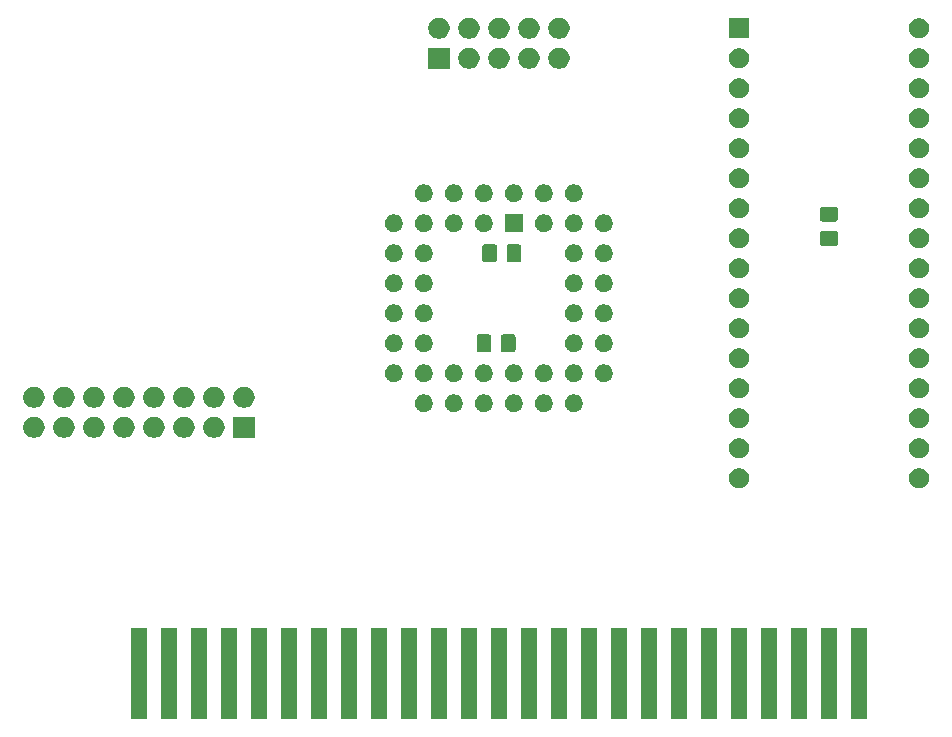
<source format=gbr>
G04 #@! TF.GenerationSoftware,KiCad,Pcbnew,(5.1.5-0-10_14)*
G04 #@! TF.CreationDate,2020-04-06T11:58:05+02:00*
G04 #@! TF.ProjectId,MSX USB Drive,4d535820-5553-4422-9044-726976652e6b,rev?*
G04 #@! TF.SameCoordinates,Original*
G04 #@! TF.FileFunction,Soldermask,Bot*
G04 #@! TF.FilePolarity,Negative*
%FSLAX46Y46*%
G04 Gerber Fmt 4.6, Leading zero omitted, Abs format (unit mm)*
G04 Created by KiCad (PCBNEW (5.1.5-0-10_14)) date 2020-04-06 11:58:05*
%MOMM*%
%LPD*%
G04 APERTURE LIST*
%ADD10C,0.100000*%
G04 APERTURE END LIST*
D10*
G36*
X676326000Y662635000D02*
G01*
X674954000Y662635000D01*
X674954000Y670357000D01*
X676326000Y670357000D01*
X676326000Y662635000D01*
G37*
G36*
X673786000Y662635000D02*
G01*
X672414000Y662635000D01*
X672414000Y670357000D01*
X673786000Y670357000D01*
X673786000Y662635000D01*
G37*
G36*
X671246000Y662635000D02*
G01*
X669874000Y662635000D01*
X669874000Y670357000D01*
X671246000Y670357000D01*
X671246000Y662635000D01*
G37*
G36*
X668706000Y662635000D02*
G01*
X667334000Y662635000D01*
X667334000Y670357000D01*
X668706000Y670357000D01*
X668706000Y662635000D01*
G37*
G36*
X666166000Y662635000D02*
G01*
X664794000Y662635000D01*
X664794000Y670357000D01*
X666166000Y670357000D01*
X666166000Y662635000D01*
G37*
G36*
X663626000Y662635000D02*
G01*
X662254000Y662635000D01*
X662254000Y670357000D01*
X663626000Y670357000D01*
X663626000Y662635000D01*
G37*
G36*
X661086000Y662635000D02*
G01*
X659714000Y662635000D01*
X659714000Y670357000D01*
X661086000Y670357000D01*
X661086000Y662635000D01*
G37*
G36*
X658546000Y662635000D02*
G01*
X657174000Y662635000D01*
X657174000Y670357000D01*
X658546000Y670357000D01*
X658546000Y662635000D01*
G37*
G36*
X656006000Y662635000D02*
G01*
X654634000Y662635000D01*
X654634000Y670357000D01*
X656006000Y670357000D01*
X656006000Y662635000D01*
G37*
G36*
X653466000Y662635000D02*
G01*
X652094000Y662635000D01*
X652094000Y670357000D01*
X653466000Y670357000D01*
X653466000Y662635000D01*
G37*
G36*
X650926000Y662635000D02*
G01*
X649554000Y662635000D01*
X649554000Y670357000D01*
X650926000Y670357000D01*
X650926000Y662635000D01*
G37*
G36*
X648386000Y662635000D02*
G01*
X647014000Y662635000D01*
X647014000Y670357000D01*
X648386000Y670357000D01*
X648386000Y662635000D01*
G37*
G36*
X645846000Y662635000D02*
G01*
X644474000Y662635000D01*
X644474000Y670357000D01*
X645846000Y670357000D01*
X645846000Y662635000D01*
G37*
G36*
X643306000Y662635000D02*
G01*
X641934000Y662635000D01*
X641934000Y670357000D01*
X643306000Y670357000D01*
X643306000Y662635000D01*
G37*
G36*
X640766000Y662635000D02*
G01*
X639394000Y662635000D01*
X639394000Y670357000D01*
X640766000Y670357000D01*
X640766000Y662635000D01*
G37*
G36*
X638226000Y662635000D02*
G01*
X636854000Y662635000D01*
X636854000Y670357000D01*
X638226000Y670357000D01*
X638226000Y662635000D01*
G37*
G36*
X635686000Y662635000D02*
G01*
X634314000Y662635000D01*
X634314000Y670357000D01*
X635686000Y670357000D01*
X635686000Y662635000D01*
G37*
G36*
X633146000Y662635000D02*
G01*
X631774000Y662635000D01*
X631774000Y670357000D01*
X633146000Y670357000D01*
X633146000Y662635000D01*
G37*
G36*
X630606000Y662635000D02*
G01*
X629234000Y662635000D01*
X629234000Y670357000D01*
X630606000Y670357000D01*
X630606000Y662635000D01*
G37*
G36*
X628066000Y662635000D02*
G01*
X626694000Y662635000D01*
X626694000Y670357000D01*
X628066000Y670357000D01*
X628066000Y662635000D01*
G37*
G36*
X625526000Y662635000D02*
G01*
X624154000Y662635000D01*
X624154000Y670357000D01*
X625526000Y670357000D01*
X625526000Y662635000D01*
G37*
G36*
X622986000Y662635000D02*
G01*
X621614000Y662635000D01*
X621614000Y670357000D01*
X622986000Y670357000D01*
X622986000Y662635000D01*
G37*
G36*
X620446000Y662635000D02*
G01*
X619074000Y662635000D01*
X619074000Y670357000D01*
X620446000Y670357000D01*
X620446000Y662635000D01*
G37*
G36*
X617906000Y662635000D02*
G01*
X616534000Y662635000D01*
X616534000Y670357000D01*
X617906000Y670357000D01*
X617906000Y662635000D01*
G37*
G36*
X615366000Y662635000D02*
G01*
X613994000Y662635000D01*
X613994000Y670357000D01*
X615366000Y670357000D01*
X615366000Y662635000D01*
G37*
G36*
X680968228Y683824297D02*
G01*
X681123100Y683760147D01*
X681262481Y683667015D01*
X681381015Y683548481D01*
X681474147Y683409100D01*
X681538297Y683254228D01*
X681571000Y683089816D01*
X681571000Y682922184D01*
X681538297Y682757772D01*
X681474147Y682602900D01*
X681381015Y682463519D01*
X681262481Y682344985D01*
X681123100Y682251853D01*
X680968228Y682187703D01*
X680803816Y682155000D01*
X680636184Y682155000D01*
X680471772Y682187703D01*
X680316900Y682251853D01*
X680177519Y682344985D01*
X680058985Y682463519D01*
X679965853Y682602900D01*
X679901703Y682757772D01*
X679869000Y682922184D01*
X679869000Y683089816D01*
X679901703Y683254228D01*
X679965853Y683409100D01*
X680058985Y683548481D01*
X680177519Y683667015D01*
X680316900Y683760147D01*
X680471772Y683824297D01*
X680636184Y683857000D01*
X680803816Y683857000D01*
X680968228Y683824297D01*
G37*
G36*
X665728228Y683824297D02*
G01*
X665883100Y683760147D01*
X666022481Y683667015D01*
X666141015Y683548481D01*
X666234147Y683409100D01*
X666298297Y683254228D01*
X666331000Y683089816D01*
X666331000Y682922184D01*
X666298297Y682757772D01*
X666234147Y682602900D01*
X666141015Y682463519D01*
X666022481Y682344985D01*
X665883100Y682251853D01*
X665728228Y682187703D01*
X665563816Y682155000D01*
X665396184Y682155000D01*
X665231772Y682187703D01*
X665076900Y682251853D01*
X664937519Y682344985D01*
X664818985Y682463519D01*
X664725853Y682602900D01*
X664661703Y682757772D01*
X664629000Y682922184D01*
X664629000Y683089816D01*
X664661703Y683254228D01*
X664725853Y683409100D01*
X664818985Y683548481D01*
X664937519Y683667015D01*
X665076900Y683760147D01*
X665231772Y683824297D01*
X665396184Y683857000D01*
X665563816Y683857000D01*
X665728228Y683824297D01*
G37*
G36*
X665728228Y686364297D02*
G01*
X665883100Y686300147D01*
X666022481Y686207015D01*
X666141015Y686088481D01*
X666234147Y685949100D01*
X666298297Y685794228D01*
X666331000Y685629816D01*
X666331000Y685462184D01*
X666298297Y685297772D01*
X666234147Y685142900D01*
X666141015Y685003519D01*
X666022481Y684884985D01*
X665883100Y684791853D01*
X665728228Y684727703D01*
X665563816Y684695000D01*
X665396184Y684695000D01*
X665231772Y684727703D01*
X665076900Y684791853D01*
X664937519Y684884985D01*
X664818985Y685003519D01*
X664725853Y685142900D01*
X664661703Y685297772D01*
X664629000Y685462184D01*
X664629000Y685629816D01*
X664661703Y685794228D01*
X664725853Y685949100D01*
X664818985Y686088481D01*
X664937519Y686207015D01*
X665076900Y686300147D01*
X665231772Y686364297D01*
X665396184Y686397000D01*
X665563816Y686397000D01*
X665728228Y686364297D01*
G37*
G36*
X680968228Y686364297D02*
G01*
X681123100Y686300147D01*
X681262481Y686207015D01*
X681381015Y686088481D01*
X681474147Y685949100D01*
X681538297Y685794228D01*
X681571000Y685629816D01*
X681571000Y685462184D01*
X681538297Y685297772D01*
X681474147Y685142900D01*
X681381015Y685003519D01*
X681262481Y684884985D01*
X681123100Y684791853D01*
X680968228Y684727703D01*
X680803816Y684695000D01*
X680636184Y684695000D01*
X680471772Y684727703D01*
X680316900Y684791853D01*
X680177519Y684884985D01*
X680058985Y685003519D01*
X679965853Y685142900D01*
X679901703Y685297772D01*
X679869000Y685462184D01*
X679869000Y685629816D01*
X679901703Y685794228D01*
X679965853Y685949100D01*
X680058985Y686088481D01*
X680177519Y686207015D01*
X680316900Y686300147D01*
X680471772Y686364297D01*
X680636184Y686397000D01*
X680803816Y686397000D01*
X680968228Y686364297D01*
G37*
G36*
X624471000Y686423000D02*
G01*
X622669000Y686423000D01*
X622669000Y688225000D01*
X624471000Y688225000D01*
X624471000Y686423000D01*
G37*
G36*
X605903512Y688220073D02*
G01*
X606052812Y688190376D01*
X606216784Y688122456D01*
X606364354Y688023853D01*
X606489853Y687898354D01*
X606588456Y687750784D01*
X606656376Y687586812D01*
X606686073Y687437512D01*
X606691000Y687412742D01*
X606691000Y687235258D01*
X606686073Y687210488D01*
X606656376Y687061188D01*
X606588456Y686897216D01*
X606489853Y686749646D01*
X606364354Y686624147D01*
X606216784Y686525544D01*
X606052812Y686457624D01*
X605903512Y686427927D01*
X605878742Y686423000D01*
X605701258Y686423000D01*
X605676488Y686427927D01*
X605527188Y686457624D01*
X605363216Y686525544D01*
X605215646Y686624147D01*
X605090147Y686749646D01*
X604991544Y686897216D01*
X604923624Y687061188D01*
X604893927Y687210488D01*
X604889000Y687235258D01*
X604889000Y687412742D01*
X604893927Y687437512D01*
X604923624Y687586812D01*
X604991544Y687750784D01*
X605090147Y687898354D01*
X605215646Y688023853D01*
X605363216Y688122456D01*
X605527188Y688190376D01*
X605676488Y688220073D01*
X605701258Y688225000D01*
X605878742Y688225000D01*
X605903512Y688220073D01*
G37*
G36*
X608443512Y688220073D02*
G01*
X608592812Y688190376D01*
X608756784Y688122456D01*
X608904354Y688023853D01*
X609029853Y687898354D01*
X609128456Y687750784D01*
X609196376Y687586812D01*
X609226073Y687437512D01*
X609231000Y687412742D01*
X609231000Y687235258D01*
X609226073Y687210488D01*
X609196376Y687061188D01*
X609128456Y686897216D01*
X609029853Y686749646D01*
X608904354Y686624147D01*
X608756784Y686525544D01*
X608592812Y686457624D01*
X608443512Y686427927D01*
X608418742Y686423000D01*
X608241258Y686423000D01*
X608216488Y686427927D01*
X608067188Y686457624D01*
X607903216Y686525544D01*
X607755646Y686624147D01*
X607630147Y686749646D01*
X607531544Y686897216D01*
X607463624Y687061188D01*
X607433927Y687210488D01*
X607429000Y687235258D01*
X607429000Y687412742D01*
X607433927Y687437512D01*
X607463624Y687586812D01*
X607531544Y687750784D01*
X607630147Y687898354D01*
X607755646Y688023853D01*
X607903216Y688122456D01*
X608067188Y688190376D01*
X608216488Y688220073D01*
X608241258Y688225000D01*
X608418742Y688225000D01*
X608443512Y688220073D01*
G37*
G36*
X610983512Y688220073D02*
G01*
X611132812Y688190376D01*
X611296784Y688122456D01*
X611444354Y688023853D01*
X611569853Y687898354D01*
X611668456Y687750784D01*
X611736376Y687586812D01*
X611766073Y687437512D01*
X611771000Y687412742D01*
X611771000Y687235258D01*
X611766073Y687210488D01*
X611736376Y687061188D01*
X611668456Y686897216D01*
X611569853Y686749646D01*
X611444354Y686624147D01*
X611296784Y686525544D01*
X611132812Y686457624D01*
X610983512Y686427927D01*
X610958742Y686423000D01*
X610781258Y686423000D01*
X610756488Y686427927D01*
X610607188Y686457624D01*
X610443216Y686525544D01*
X610295646Y686624147D01*
X610170147Y686749646D01*
X610071544Y686897216D01*
X610003624Y687061188D01*
X609973927Y687210488D01*
X609969000Y687235258D01*
X609969000Y687412742D01*
X609973927Y687437512D01*
X610003624Y687586812D01*
X610071544Y687750784D01*
X610170147Y687898354D01*
X610295646Y688023853D01*
X610443216Y688122456D01*
X610607188Y688190376D01*
X610756488Y688220073D01*
X610781258Y688225000D01*
X610958742Y688225000D01*
X610983512Y688220073D01*
G37*
G36*
X613523512Y688220073D02*
G01*
X613672812Y688190376D01*
X613836784Y688122456D01*
X613984354Y688023853D01*
X614109853Y687898354D01*
X614208456Y687750784D01*
X614276376Y687586812D01*
X614306073Y687437512D01*
X614311000Y687412742D01*
X614311000Y687235258D01*
X614306073Y687210488D01*
X614276376Y687061188D01*
X614208456Y686897216D01*
X614109853Y686749646D01*
X613984354Y686624147D01*
X613836784Y686525544D01*
X613672812Y686457624D01*
X613523512Y686427927D01*
X613498742Y686423000D01*
X613321258Y686423000D01*
X613296488Y686427927D01*
X613147188Y686457624D01*
X612983216Y686525544D01*
X612835646Y686624147D01*
X612710147Y686749646D01*
X612611544Y686897216D01*
X612543624Y687061188D01*
X612513927Y687210488D01*
X612509000Y687235258D01*
X612509000Y687412742D01*
X612513927Y687437512D01*
X612543624Y687586812D01*
X612611544Y687750784D01*
X612710147Y687898354D01*
X612835646Y688023853D01*
X612983216Y688122456D01*
X613147188Y688190376D01*
X613296488Y688220073D01*
X613321258Y688225000D01*
X613498742Y688225000D01*
X613523512Y688220073D01*
G37*
G36*
X616063512Y688220073D02*
G01*
X616212812Y688190376D01*
X616376784Y688122456D01*
X616524354Y688023853D01*
X616649853Y687898354D01*
X616748456Y687750784D01*
X616816376Y687586812D01*
X616846073Y687437512D01*
X616851000Y687412742D01*
X616851000Y687235258D01*
X616846073Y687210488D01*
X616816376Y687061188D01*
X616748456Y686897216D01*
X616649853Y686749646D01*
X616524354Y686624147D01*
X616376784Y686525544D01*
X616212812Y686457624D01*
X616063512Y686427927D01*
X616038742Y686423000D01*
X615861258Y686423000D01*
X615836488Y686427927D01*
X615687188Y686457624D01*
X615523216Y686525544D01*
X615375646Y686624147D01*
X615250147Y686749646D01*
X615151544Y686897216D01*
X615083624Y687061188D01*
X615053927Y687210488D01*
X615049000Y687235258D01*
X615049000Y687412742D01*
X615053927Y687437512D01*
X615083624Y687586812D01*
X615151544Y687750784D01*
X615250147Y687898354D01*
X615375646Y688023853D01*
X615523216Y688122456D01*
X615687188Y688190376D01*
X615836488Y688220073D01*
X615861258Y688225000D01*
X616038742Y688225000D01*
X616063512Y688220073D01*
G37*
G36*
X618603512Y688220073D02*
G01*
X618752812Y688190376D01*
X618916784Y688122456D01*
X619064354Y688023853D01*
X619189853Y687898354D01*
X619288456Y687750784D01*
X619356376Y687586812D01*
X619386073Y687437512D01*
X619391000Y687412742D01*
X619391000Y687235258D01*
X619386073Y687210488D01*
X619356376Y687061188D01*
X619288456Y686897216D01*
X619189853Y686749646D01*
X619064354Y686624147D01*
X618916784Y686525544D01*
X618752812Y686457624D01*
X618603512Y686427927D01*
X618578742Y686423000D01*
X618401258Y686423000D01*
X618376488Y686427927D01*
X618227188Y686457624D01*
X618063216Y686525544D01*
X617915646Y686624147D01*
X617790147Y686749646D01*
X617691544Y686897216D01*
X617623624Y687061188D01*
X617593927Y687210488D01*
X617589000Y687235258D01*
X617589000Y687412742D01*
X617593927Y687437512D01*
X617623624Y687586812D01*
X617691544Y687750784D01*
X617790147Y687898354D01*
X617915646Y688023853D01*
X618063216Y688122456D01*
X618227188Y688190376D01*
X618376488Y688220073D01*
X618401258Y688225000D01*
X618578742Y688225000D01*
X618603512Y688220073D01*
G37*
G36*
X621143512Y688220073D02*
G01*
X621292812Y688190376D01*
X621456784Y688122456D01*
X621604354Y688023853D01*
X621729853Y687898354D01*
X621828456Y687750784D01*
X621896376Y687586812D01*
X621926073Y687437512D01*
X621931000Y687412742D01*
X621931000Y687235258D01*
X621926073Y687210488D01*
X621896376Y687061188D01*
X621828456Y686897216D01*
X621729853Y686749646D01*
X621604354Y686624147D01*
X621456784Y686525544D01*
X621292812Y686457624D01*
X621143512Y686427927D01*
X621118742Y686423000D01*
X620941258Y686423000D01*
X620916488Y686427927D01*
X620767188Y686457624D01*
X620603216Y686525544D01*
X620455646Y686624147D01*
X620330147Y686749646D01*
X620231544Y686897216D01*
X620163624Y687061188D01*
X620133927Y687210488D01*
X620129000Y687235258D01*
X620129000Y687412742D01*
X620133927Y687437512D01*
X620163624Y687586812D01*
X620231544Y687750784D01*
X620330147Y687898354D01*
X620455646Y688023853D01*
X620603216Y688122456D01*
X620767188Y688190376D01*
X620916488Y688220073D01*
X620941258Y688225000D01*
X621118742Y688225000D01*
X621143512Y688220073D01*
G37*
G36*
X665728228Y688904297D02*
G01*
X665883100Y688840147D01*
X666022481Y688747015D01*
X666141015Y688628481D01*
X666234147Y688489100D01*
X666298297Y688334228D01*
X666331000Y688169816D01*
X666331000Y688002184D01*
X666298297Y687837772D01*
X666234147Y687682900D01*
X666141015Y687543519D01*
X666022481Y687424985D01*
X665883100Y687331853D01*
X665728228Y687267703D01*
X665563816Y687235000D01*
X665396184Y687235000D01*
X665231772Y687267703D01*
X665076900Y687331853D01*
X664937519Y687424985D01*
X664818985Y687543519D01*
X664725853Y687682900D01*
X664661703Y687837772D01*
X664629000Y688002184D01*
X664629000Y688169816D01*
X664661703Y688334228D01*
X664725853Y688489100D01*
X664818985Y688628481D01*
X664937519Y688747015D01*
X665076900Y688840147D01*
X665231772Y688904297D01*
X665396184Y688937000D01*
X665563816Y688937000D01*
X665728228Y688904297D01*
G37*
G36*
X680968228Y688904297D02*
G01*
X681123100Y688840147D01*
X681262481Y688747015D01*
X681381015Y688628481D01*
X681474147Y688489100D01*
X681538297Y688334228D01*
X681571000Y688169816D01*
X681571000Y688002184D01*
X681538297Y687837772D01*
X681474147Y687682900D01*
X681381015Y687543519D01*
X681262481Y687424985D01*
X681123100Y687331853D01*
X680968228Y687267703D01*
X680803816Y687235000D01*
X680636184Y687235000D01*
X680471772Y687267703D01*
X680316900Y687331853D01*
X680177519Y687424985D01*
X680058985Y687543519D01*
X679965853Y687682900D01*
X679901703Y687837772D01*
X679869000Y688002184D01*
X679869000Y688169816D01*
X679901703Y688334228D01*
X679965853Y688489100D01*
X680058985Y688628481D01*
X680177519Y688747015D01*
X680316900Y688840147D01*
X680471772Y688904297D01*
X680636184Y688937000D01*
X680803816Y688937000D01*
X680968228Y688904297D01*
G37*
G36*
X638904425Y690101401D02*
G01*
X639028621Y690076698D01*
X639165022Y690020199D01*
X639287779Y689938175D01*
X639392175Y689833779D01*
X639474199Y689711022D01*
X639530698Y689574621D01*
X639559500Y689429819D01*
X639559500Y689282181D01*
X639530698Y689137379D01*
X639474199Y689000978D01*
X639392175Y688878221D01*
X639287779Y688773825D01*
X639165022Y688691801D01*
X639028621Y688635302D01*
X638904425Y688610599D01*
X638883820Y688606500D01*
X638736180Y688606500D01*
X638715575Y688610599D01*
X638591379Y688635302D01*
X638454978Y688691801D01*
X638332221Y688773825D01*
X638227825Y688878221D01*
X638145801Y689000978D01*
X638089302Y689137379D01*
X638060500Y689282181D01*
X638060500Y689429819D01*
X638089302Y689574621D01*
X638145801Y689711022D01*
X638227825Y689833779D01*
X638332221Y689938175D01*
X638454978Y690020199D01*
X638591379Y690076698D01*
X638715575Y690101401D01*
X638736180Y690105500D01*
X638883820Y690105500D01*
X638904425Y690101401D01*
G37*
G36*
X641444425Y690101401D02*
G01*
X641568621Y690076698D01*
X641705022Y690020199D01*
X641827779Y689938175D01*
X641932175Y689833779D01*
X642014199Y689711022D01*
X642070698Y689574621D01*
X642099500Y689429819D01*
X642099500Y689282181D01*
X642070698Y689137379D01*
X642014199Y689000978D01*
X641932175Y688878221D01*
X641827779Y688773825D01*
X641705022Y688691801D01*
X641568621Y688635302D01*
X641444425Y688610599D01*
X641423820Y688606500D01*
X641276180Y688606500D01*
X641255575Y688610599D01*
X641131379Y688635302D01*
X640994978Y688691801D01*
X640872221Y688773825D01*
X640767825Y688878221D01*
X640685801Y689000978D01*
X640629302Y689137379D01*
X640600500Y689282181D01*
X640600500Y689429819D01*
X640629302Y689574621D01*
X640685801Y689711022D01*
X640767825Y689833779D01*
X640872221Y689938175D01*
X640994978Y690020199D01*
X641131379Y690076698D01*
X641255575Y690101401D01*
X641276180Y690105500D01*
X641423820Y690105500D01*
X641444425Y690101401D01*
G37*
G36*
X643984425Y690101401D02*
G01*
X644108621Y690076698D01*
X644245022Y690020199D01*
X644367779Y689938175D01*
X644472175Y689833779D01*
X644554199Y689711022D01*
X644610698Y689574621D01*
X644639500Y689429819D01*
X644639500Y689282181D01*
X644610698Y689137379D01*
X644554199Y689000978D01*
X644472175Y688878221D01*
X644367779Y688773825D01*
X644245022Y688691801D01*
X644108621Y688635302D01*
X643984425Y688610599D01*
X643963820Y688606500D01*
X643816180Y688606500D01*
X643795575Y688610599D01*
X643671379Y688635302D01*
X643534978Y688691801D01*
X643412221Y688773825D01*
X643307825Y688878221D01*
X643225801Y689000978D01*
X643169302Y689137379D01*
X643140500Y689282181D01*
X643140500Y689429819D01*
X643169302Y689574621D01*
X643225801Y689711022D01*
X643307825Y689833779D01*
X643412221Y689938175D01*
X643534978Y690020199D01*
X643671379Y690076698D01*
X643795575Y690101401D01*
X643816180Y690105500D01*
X643963820Y690105500D01*
X643984425Y690101401D01*
G37*
G36*
X651604425Y690101401D02*
G01*
X651728621Y690076698D01*
X651865022Y690020199D01*
X651987779Y689938175D01*
X652092175Y689833779D01*
X652174199Y689711022D01*
X652230698Y689574621D01*
X652259500Y689429819D01*
X652259500Y689282181D01*
X652230698Y689137379D01*
X652174199Y689000978D01*
X652092175Y688878221D01*
X651987779Y688773825D01*
X651865022Y688691801D01*
X651728621Y688635302D01*
X651604425Y688610599D01*
X651583820Y688606500D01*
X651436180Y688606500D01*
X651415575Y688610599D01*
X651291379Y688635302D01*
X651154978Y688691801D01*
X651032221Y688773825D01*
X650927825Y688878221D01*
X650845801Y689000978D01*
X650789302Y689137379D01*
X650760500Y689282181D01*
X650760500Y689429819D01*
X650789302Y689574621D01*
X650845801Y689711022D01*
X650927825Y689833779D01*
X651032221Y689938175D01*
X651154978Y690020199D01*
X651291379Y690076698D01*
X651415575Y690101401D01*
X651436180Y690105500D01*
X651583820Y690105500D01*
X651604425Y690101401D01*
G37*
G36*
X646524425Y690101401D02*
G01*
X646648621Y690076698D01*
X646785022Y690020199D01*
X646907779Y689938175D01*
X647012175Y689833779D01*
X647094199Y689711022D01*
X647150698Y689574621D01*
X647179500Y689429819D01*
X647179500Y689282181D01*
X647150698Y689137379D01*
X647094199Y689000978D01*
X647012175Y688878221D01*
X646907779Y688773825D01*
X646785022Y688691801D01*
X646648621Y688635302D01*
X646524425Y688610599D01*
X646503820Y688606500D01*
X646356180Y688606500D01*
X646335575Y688610599D01*
X646211379Y688635302D01*
X646074978Y688691801D01*
X645952221Y688773825D01*
X645847825Y688878221D01*
X645765801Y689000978D01*
X645709302Y689137379D01*
X645680500Y689282181D01*
X645680500Y689429819D01*
X645709302Y689574621D01*
X645765801Y689711022D01*
X645847825Y689833779D01*
X645952221Y689938175D01*
X646074978Y690020199D01*
X646211379Y690076698D01*
X646335575Y690101401D01*
X646356180Y690105500D01*
X646503820Y690105500D01*
X646524425Y690101401D01*
G37*
G36*
X649064425Y690101401D02*
G01*
X649188621Y690076698D01*
X649325022Y690020199D01*
X649447779Y689938175D01*
X649552175Y689833779D01*
X649634199Y689711022D01*
X649690698Y689574621D01*
X649719500Y689429819D01*
X649719500Y689282181D01*
X649690698Y689137379D01*
X649634199Y689000978D01*
X649552175Y688878221D01*
X649447779Y688773825D01*
X649325022Y688691801D01*
X649188621Y688635302D01*
X649064425Y688610599D01*
X649043820Y688606500D01*
X648896180Y688606500D01*
X648875575Y688610599D01*
X648751379Y688635302D01*
X648614978Y688691801D01*
X648492221Y688773825D01*
X648387825Y688878221D01*
X648305801Y689000978D01*
X648249302Y689137379D01*
X648220500Y689282181D01*
X648220500Y689429819D01*
X648249302Y689574621D01*
X648305801Y689711022D01*
X648387825Y689833779D01*
X648492221Y689938175D01*
X648614978Y690020199D01*
X648751379Y690076698D01*
X648875575Y690101401D01*
X648896180Y690105500D01*
X649043820Y690105500D01*
X649064425Y690101401D01*
G37*
G36*
X610983512Y690760073D02*
G01*
X611132812Y690730376D01*
X611296784Y690662456D01*
X611444354Y690563853D01*
X611569853Y690438354D01*
X611668456Y690290784D01*
X611736376Y690126812D01*
X611757582Y690020199D01*
X611771000Y689952742D01*
X611771000Y689775258D01*
X611766073Y689750488D01*
X611736376Y689601188D01*
X611668456Y689437216D01*
X611569853Y689289646D01*
X611444354Y689164147D01*
X611296784Y689065544D01*
X611132812Y688997624D01*
X610983512Y688967927D01*
X610958742Y688963000D01*
X610781258Y688963000D01*
X610756488Y688967927D01*
X610607188Y688997624D01*
X610443216Y689065544D01*
X610295646Y689164147D01*
X610170147Y689289646D01*
X610071544Y689437216D01*
X610003624Y689601188D01*
X609973927Y689750488D01*
X609969000Y689775258D01*
X609969000Y689952742D01*
X609982418Y690020199D01*
X610003624Y690126812D01*
X610071544Y690290784D01*
X610170147Y690438354D01*
X610295646Y690563853D01*
X610443216Y690662456D01*
X610607188Y690730376D01*
X610756488Y690760073D01*
X610781258Y690765000D01*
X610958742Y690765000D01*
X610983512Y690760073D01*
G37*
G36*
X605903512Y690760073D02*
G01*
X606052812Y690730376D01*
X606216784Y690662456D01*
X606364354Y690563853D01*
X606489853Y690438354D01*
X606588456Y690290784D01*
X606656376Y690126812D01*
X606677582Y690020199D01*
X606691000Y689952742D01*
X606691000Y689775258D01*
X606686073Y689750488D01*
X606656376Y689601188D01*
X606588456Y689437216D01*
X606489853Y689289646D01*
X606364354Y689164147D01*
X606216784Y689065544D01*
X606052812Y688997624D01*
X605903512Y688967927D01*
X605878742Y688963000D01*
X605701258Y688963000D01*
X605676488Y688967927D01*
X605527188Y688997624D01*
X605363216Y689065544D01*
X605215646Y689164147D01*
X605090147Y689289646D01*
X604991544Y689437216D01*
X604923624Y689601188D01*
X604893927Y689750488D01*
X604889000Y689775258D01*
X604889000Y689952742D01*
X604902418Y690020199D01*
X604923624Y690126812D01*
X604991544Y690290784D01*
X605090147Y690438354D01*
X605215646Y690563853D01*
X605363216Y690662456D01*
X605527188Y690730376D01*
X605676488Y690760073D01*
X605701258Y690765000D01*
X605878742Y690765000D01*
X605903512Y690760073D01*
G37*
G36*
X608443512Y690760073D02*
G01*
X608592812Y690730376D01*
X608756784Y690662456D01*
X608904354Y690563853D01*
X609029853Y690438354D01*
X609128456Y690290784D01*
X609196376Y690126812D01*
X609217582Y690020199D01*
X609231000Y689952742D01*
X609231000Y689775258D01*
X609226073Y689750488D01*
X609196376Y689601188D01*
X609128456Y689437216D01*
X609029853Y689289646D01*
X608904354Y689164147D01*
X608756784Y689065544D01*
X608592812Y688997624D01*
X608443512Y688967927D01*
X608418742Y688963000D01*
X608241258Y688963000D01*
X608216488Y688967927D01*
X608067188Y688997624D01*
X607903216Y689065544D01*
X607755646Y689164147D01*
X607630147Y689289646D01*
X607531544Y689437216D01*
X607463624Y689601188D01*
X607433927Y689750488D01*
X607429000Y689775258D01*
X607429000Y689952742D01*
X607442418Y690020199D01*
X607463624Y690126812D01*
X607531544Y690290784D01*
X607630147Y690438354D01*
X607755646Y690563853D01*
X607903216Y690662456D01*
X608067188Y690730376D01*
X608216488Y690760073D01*
X608241258Y690765000D01*
X608418742Y690765000D01*
X608443512Y690760073D01*
G37*
G36*
X613523512Y690760073D02*
G01*
X613672812Y690730376D01*
X613836784Y690662456D01*
X613984354Y690563853D01*
X614109853Y690438354D01*
X614208456Y690290784D01*
X614276376Y690126812D01*
X614297582Y690020199D01*
X614311000Y689952742D01*
X614311000Y689775258D01*
X614306073Y689750488D01*
X614276376Y689601188D01*
X614208456Y689437216D01*
X614109853Y689289646D01*
X613984354Y689164147D01*
X613836784Y689065544D01*
X613672812Y688997624D01*
X613523512Y688967927D01*
X613498742Y688963000D01*
X613321258Y688963000D01*
X613296488Y688967927D01*
X613147188Y688997624D01*
X612983216Y689065544D01*
X612835646Y689164147D01*
X612710147Y689289646D01*
X612611544Y689437216D01*
X612543624Y689601188D01*
X612513927Y689750488D01*
X612509000Y689775258D01*
X612509000Y689952742D01*
X612522418Y690020199D01*
X612543624Y690126812D01*
X612611544Y690290784D01*
X612710147Y690438354D01*
X612835646Y690563853D01*
X612983216Y690662456D01*
X613147188Y690730376D01*
X613296488Y690760073D01*
X613321258Y690765000D01*
X613498742Y690765000D01*
X613523512Y690760073D01*
G37*
G36*
X616063512Y690760073D02*
G01*
X616212812Y690730376D01*
X616376784Y690662456D01*
X616524354Y690563853D01*
X616649853Y690438354D01*
X616748456Y690290784D01*
X616816376Y690126812D01*
X616837582Y690020199D01*
X616851000Y689952742D01*
X616851000Y689775258D01*
X616846073Y689750488D01*
X616816376Y689601188D01*
X616748456Y689437216D01*
X616649853Y689289646D01*
X616524354Y689164147D01*
X616376784Y689065544D01*
X616212812Y688997624D01*
X616063512Y688967927D01*
X616038742Y688963000D01*
X615861258Y688963000D01*
X615836488Y688967927D01*
X615687188Y688997624D01*
X615523216Y689065544D01*
X615375646Y689164147D01*
X615250147Y689289646D01*
X615151544Y689437216D01*
X615083624Y689601188D01*
X615053927Y689750488D01*
X615049000Y689775258D01*
X615049000Y689952742D01*
X615062418Y690020199D01*
X615083624Y690126812D01*
X615151544Y690290784D01*
X615250147Y690438354D01*
X615375646Y690563853D01*
X615523216Y690662456D01*
X615687188Y690730376D01*
X615836488Y690760073D01*
X615861258Y690765000D01*
X616038742Y690765000D01*
X616063512Y690760073D01*
G37*
G36*
X618603512Y690760073D02*
G01*
X618752812Y690730376D01*
X618916784Y690662456D01*
X619064354Y690563853D01*
X619189853Y690438354D01*
X619288456Y690290784D01*
X619356376Y690126812D01*
X619377582Y690020199D01*
X619391000Y689952742D01*
X619391000Y689775258D01*
X619386073Y689750488D01*
X619356376Y689601188D01*
X619288456Y689437216D01*
X619189853Y689289646D01*
X619064354Y689164147D01*
X618916784Y689065544D01*
X618752812Y688997624D01*
X618603512Y688967927D01*
X618578742Y688963000D01*
X618401258Y688963000D01*
X618376488Y688967927D01*
X618227188Y688997624D01*
X618063216Y689065544D01*
X617915646Y689164147D01*
X617790147Y689289646D01*
X617691544Y689437216D01*
X617623624Y689601188D01*
X617593927Y689750488D01*
X617589000Y689775258D01*
X617589000Y689952742D01*
X617602418Y690020199D01*
X617623624Y690126812D01*
X617691544Y690290784D01*
X617790147Y690438354D01*
X617915646Y690563853D01*
X618063216Y690662456D01*
X618227188Y690730376D01*
X618376488Y690760073D01*
X618401258Y690765000D01*
X618578742Y690765000D01*
X618603512Y690760073D01*
G37*
G36*
X621143512Y690760073D02*
G01*
X621292812Y690730376D01*
X621456784Y690662456D01*
X621604354Y690563853D01*
X621729853Y690438354D01*
X621828456Y690290784D01*
X621896376Y690126812D01*
X621917582Y690020199D01*
X621931000Y689952742D01*
X621931000Y689775258D01*
X621926073Y689750488D01*
X621896376Y689601188D01*
X621828456Y689437216D01*
X621729853Y689289646D01*
X621604354Y689164147D01*
X621456784Y689065544D01*
X621292812Y688997624D01*
X621143512Y688967927D01*
X621118742Y688963000D01*
X620941258Y688963000D01*
X620916488Y688967927D01*
X620767188Y688997624D01*
X620603216Y689065544D01*
X620455646Y689164147D01*
X620330147Y689289646D01*
X620231544Y689437216D01*
X620163624Y689601188D01*
X620133927Y689750488D01*
X620129000Y689775258D01*
X620129000Y689952742D01*
X620142418Y690020199D01*
X620163624Y690126812D01*
X620231544Y690290784D01*
X620330147Y690438354D01*
X620455646Y690563853D01*
X620603216Y690662456D01*
X620767188Y690730376D01*
X620916488Y690760073D01*
X620941258Y690765000D01*
X621118742Y690765000D01*
X621143512Y690760073D01*
G37*
G36*
X623683512Y690760073D02*
G01*
X623832812Y690730376D01*
X623996784Y690662456D01*
X624144354Y690563853D01*
X624269853Y690438354D01*
X624368456Y690290784D01*
X624436376Y690126812D01*
X624457582Y690020199D01*
X624471000Y689952742D01*
X624471000Y689775258D01*
X624466073Y689750488D01*
X624436376Y689601188D01*
X624368456Y689437216D01*
X624269853Y689289646D01*
X624144354Y689164147D01*
X623996784Y689065544D01*
X623832812Y688997624D01*
X623683512Y688967927D01*
X623658742Y688963000D01*
X623481258Y688963000D01*
X623456488Y688967927D01*
X623307188Y688997624D01*
X623143216Y689065544D01*
X622995646Y689164147D01*
X622870147Y689289646D01*
X622771544Y689437216D01*
X622703624Y689601188D01*
X622673927Y689750488D01*
X622669000Y689775258D01*
X622669000Y689952742D01*
X622682418Y690020199D01*
X622703624Y690126812D01*
X622771544Y690290784D01*
X622870147Y690438354D01*
X622995646Y690563853D01*
X623143216Y690662456D01*
X623307188Y690730376D01*
X623456488Y690760073D01*
X623481258Y690765000D01*
X623658742Y690765000D01*
X623683512Y690760073D01*
G37*
G36*
X665728228Y691444297D02*
G01*
X665883100Y691380147D01*
X666022481Y691287015D01*
X666141015Y691168481D01*
X666234147Y691029100D01*
X666298297Y690874228D01*
X666331000Y690709816D01*
X666331000Y690542184D01*
X666298297Y690377772D01*
X666234147Y690222900D01*
X666141015Y690083519D01*
X666022481Y689964985D01*
X665883100Y689871853D01*
X665728228Y689807703D01*
X665563816Y689775000D01*
X665396184Y689775000D01*
X665231772Y689807703D01*
X665076900Y689871853D01*
X664937519Y689964985D01*
X664818985Y690083519D01*
X664725853Y690222900D01*
X664661703Y690377772D01*
X664629000Y690542184D01*
X664629000Y690709816D01*
X664661703Y690874228D01*
X664725853Y691029100D01*
X664818985Y691168481D01*
X664937519Y691287015D01*
X665076900Y691380147D01*
X665231772Y691444297D01*
X665396184Y691477000D01*
X665563816Y691477000D01*
X665728228Y691444297D01*
G37*
G36*
X680968228Y691444297D02*
G01*
X681123100Y691380147D01*
X681262481Y691287015D01*
X681381015Y691168481D01*
X681474147Y691029100D01*
X681538297Y690874228D01*
X681571000Y690709816D01*
X681571000Y690542184D01*
X681538297Y690377772D01*
X681474147Y690222900D01*
X681381015Y690083519D01*
X681262481Y689964985D01*
X681123100Y689871853D01*
X680968228Y689807703D01*
X680803816Y689775000D01*
X680636184Y689775000D01*
X680471772Y689807703D01*
X680316900Y689871853D01*
X680177519Y689964985D01*
X680058985Y690083519D01*
X679965853Y690222900D01*
X679901703Y690377772D01*
X679869000Y690542184D01*
X679869000Y690709816D01*
X679901703Y690874228D01*
X679965853Y691029100D01*
X680058985Y691168481D01*
X680177519Y691287015D01*
X680316900Y691380147D01*
X680471772Y691444297D01*
X680636184Y691477000D01*
X680803816Y691477000D01*
X680968228Y691444297D01*
G37*
G36*
X646524425Y692641401D02*
G01*
X646648621Y692616698D01*
X646785022Y692560199D01*
X646907779Y692478175D01*
X647012175Y692373779D01*
X647094199Y692251022D01*
X647150698Y692114621D01*
X647179500Y691969819D01*
X647179500Y691822181D01*
X647150698Y691677379D01*
X647094199Y691540978D01*
X647012175Y691418221D01*
X646907779Y691313825D01*
X646785022Y691231801D01*
X646648621Y691175302D01*
X646524425Y691150599D01*
X646503820Y691146500D01*
X646356180Y691146500D01*
X646335575Y691150599D01*
X646211379Y691175302D01*
X646074978Y691231801D01*
X645952221Y691313825D01*
X645847825Y691418221D01*
X645765801Y691540978D01*
X645709302Y691677379D01*
X645680500Y691822181D01*
X645680500Y691969819D01*
X645709302Y692114621D01*
X645765801Y692251022D01*
X645847825Y692373779D01*
X645952221Y692478175D01*
X646074978Y692560199D01*
X646211379Y692616698D01*
X646335575Y692641401D01*
X646356180Y692645500D01*
X646503820Y692645500D01*
X646524425Y692641401D01*
G37*
G36*
X654144425Y692641401D02*
G01*
X654268621Y692616698D01*
X654405022Y692560199D01*
X654527779Y692478175D01*
X654632175Y692373779D01*
X654714199Y692251022D01*
X654770698Y692114621D01*
X654799500Y691969819D01*
X654799500Y691822181D01*
X654770698Y691677379D01*
X654714199Y691540978D01*
X654632175Y691418221D01*
X654527779Y691313825D01*
X654405022Y691231801D01*
X654268621Y691175302D01*
X654144425Y691150599D01*
X654123820Y691146500D01*
X653976180Y691146500D01*
X653955575Y691150599D01*
X653831379Y691175302D01*
X653694978Y691231801D01*
X653572221Y691313825D01*
X653467825Y691418221D01*
X653385801Y691540978D01*
X653329302Y691677379D01*
X653300500Y691822181D01*
X653300500Y691969819D01*
X653329302Y692114621D01*
X653385801Y692251022D01*
X653467825Y692373779D01*
X653572221Y692478175D01*
X653694978Y692560199D01*
X653831379Y692616698D01*
X653955575Y692641401D01*
X653976180Y692645500D01*
X654123820Y692645500D01*
X654144425Y692641401D01*
G37*
G36*
X649064425Y692641401D02*
G01*
X649188621Y692616698D01*
X649325022Y692560199D01*
X649447779Y692478175D01*
X649552175Y692373779D01*
X649634199Y692251022D01*
X649690698Y692114621D01*
X649719500Y691969819D01*
X649719500Y691822181D01*
X649690698Y691677379D01*
X649634199Y691540978D01*
X649552175Y691418221D01*
X649447779Y691313825D01*
X649325022Y691231801D01*
X649188621Y691175302D01*
X649064425Y691150599D01*
X649043820Y691146500D01*
X648896180Y691146500D01*
X648875575Y691150599D01*
X648751379Y691175302D01*
X648614978Y691231801D01*
X648492221Y691313825D01*
X648387825Y691418221D01*
X648305801Y691540978D01*
X648249302Y691677379D01*
X648220500Y691822181D01*
X648220500Y691969819D01*
X648249302Y692114621D01*
X648305801Y692251022D01*
X648387825Y692373779D01*
X648492221Y692478175D01*
X648614978Y692560199D01*
X648751379Y692616698D01*
X648875575Y692641401D01*
X648896180Y692645500D01*
X649043820Y692645500D01*
X649064425Y692641401D01*
G37*
G36*
X651604425Y692641401D02*
G01*
X651728621Y692616698D01*
X651865022Y692560199D01*
X651987779Y692478175D01*
X652092175Y692373779D01*
X652174199Y692251022D01*
X652230698Y692114621D01*
X652259500Y691969819D01*
X652259500Y691822181D01*
X652230698Y691677379D01*
X652174199Y691540978D01*
X652092175Y691418221D01*
X651987779Y691313825D01*
X651865022Y691231801D01*
X651728621Y691175302D01*
X651604425Y691150599D01*
X651583820Y691146500D01*
X651436180Y691146500D01*
X651415575Y691150599D01*
X651291379Y691175302D01*
X651154978Y691231801D01*
X651032221Y691313825D01*
X650927825Y691418221D01*
X650845801Y691540978D01*
X650789302Y691677379D01*
X650760500Y691822181D01*
X650760500Y691969819D01*
X650789302Y692114621D01*
X650845801Y692251022D01*
X650927825Y692373779D01*
X651032221Y692478175D01*
X651154978Y692560199D01*
X651291379Y692616698D01*
X651415575Y692641401D01*
X651436180Y692645500D01*
X651583820Y692645500D01*
X651604425Y692641401D01*
G37*
G36*
X636364425Y692641401D02*
G01*
X636488621Y692616698D01*
X636625022Y692560199D01*
X636747779Y692478175D01*
X636852175Y692373779D01*
X636934199Y692251022D01*
X636990698Y692114621D01*
X637019500Y691969819D01*
X637019500Y691822181D01*
X636990698Y691677379D01*
X636934199Y691540978D01*
X636852175Y691418221D01*
X636747779Y691313825D01*
X636625022Y691231801D01*
X636488621Y691175302D01*
X636364425Y691150599D01*
X636343820Y691146500D01*
X636196180Y691146500D01*
X636175575Y691150599D01*
X636051379Y691175302D01*
X635914978Y691231801D01*
X635792221Y691313825D01*
X635687825Y691418221D01*
X635605801Y691540978D01*
X635549302Y691677379D01*
X635520500Y691822181D01*
X635520500Y691969819D01*
X635549302Y692114621D01*
X635605801Y692251022D01*
X635687825Y692373779D01*
X635792221Y692478175D01*
X635914978Y692560199D01*
X636051379Y692616698D01*
X636175575Y692641401D01*
X636196180Y692645500D01*
X636343820Y692645500D01*
X636364425Y692641401D01*
G37*
G36*
X638904425Y692641401D02*
G01*
X639028621Y692616698D01*
X639165022Y692560199D01*
X639287779Y692478175D01*
X639392175Y692373779D01*
X639474199Y692251022D01*
X639530698Y692114621D01*
X639559500Y691969819D01*
X639559500Y691822181D01*
X639530698Y691677379D01*
X639474199Y691540978D01*
X639392175Y691418221D01*
X639287779Y691313825D01*
X639165022Y691231801D01*
X639028621Y691175302D01*
X638904425Y691150599D01*
X638883820Y691146500D01*
X638736180Y691146500D01*
X638715575Y691150599D01*
X638591379Y691175302D01*
X638454978Y691231801D01*
X638332221Y691313825D01*
X638227825Y691418221D01*
X638145801Y691540978D01*
X638089302Y691677379D01*
X638060500Y691822181D01*
X638060500Y691969819D01*
X638089302Y692114621D01*
X638145801Y692251022D01*
X638227825Y692373779D01*
X638332221Y692478175D01*
X638454978Y692560199D01*
X638591379Y692616698D01*
X638715575Y692641401D01*
X638736180Y692645500D01*
X638883820Y692645500D01*
X638904425Y692641401D01*
G37*
G36*
X641444425Y692641401D02*
G01*
X641568621Y692616698D01*
X641705022Y692560199D01*
X641827779Y692478175D01*
X641932175Y692373779D01*
X642014199Y692251022D01*
X642070698Y692114621D01*
X642099500Y691969819D01*
X642099500Y691822181D01*
X642070698Y691677379D01*
X642014199Y691540978D01*
X641932175Y691418221D01*
X641827779Y691313825D01*
X641705022Y691231801D01*
X641568621Y691175302D01*
X641444425Y691150599D01*
X641423820Y691146500D01*
X641276180Y691146500D01*
X641255575Y691150599D01*
X641131379Y691175302D01*
X640994978Y691231801D01*
X640872221Y691313825D01*
X640767825Y691418221D01*
X640685801Y691540978D01*
X640629302Y691677379D01*
X640600500Y691822181D01*
X640600500Y691969819D01*
X640629302Y692114621D01*
X640685801Y692251022D01*
X640767825Y692373779D01*
X640872221Y692478175D01*
X640994978Y692560199D01*
X641131379Y692616698D01*
X641255575Y692641401D01*
X641276180Y692645500D01*
X641423820Y692645500D01*
X641444425Y692641401D01*
G37*
G36*
X643984425Y692641401D02*
G01*
X644108621Y692616698D01*
X644245022Y692560199D01*
X644367779Y692478175D01*
X644472175Y692373779D01*
X644554199Y692251022D01*
X644610698Y692114621D01*
X644639500Y691969819D01*
X644639500Y691822181D01*
X644610698Y691677379D01*
X644554199Y691540978D01*
X644472175Y691418221D01*
X644367779Y691313825D01*
X644245022Y691231801D01*
X644108621Y691175302D01*
X643984425Y691150599D01*
X643963820Y691146500D01*
X643816180Y691146500D01*
X643795575Y691150599D01*
X643671379Y691175302D01*
X643534978Y691231801D01*
X643412221Y691313825D01*
X643307825Y691418221D01*
X643225801Y691540978D01*
X643169302Y691677379D01*
X643140500Y691822181D01*
X643140500Y691969819D01*
X643169302Y692114621D01*
X643225801Y692251022D01*
X643307825Y692373779D01*
X643412221Y692478175D01*
X643534978Y692560199D01*
X643671379Y692616698D01*
X643795575Y692641401D01*
X643816180Y692645500D01*
X643963820Y692645500D01*
X643984425Y692641401D01*
G37*
G36*
X680968228Y693984297D02*
G01*
X681123100Y693920147D01*
X681262481Y693827015D01*
X681381015Y693708481D01*
X681474147Y693569100D01*
X681538297Y693414228D01*
X681571000Y693249816D01*
X681571000Y693082184D01*
X681538297Y692917772D01*
X681474147Y692762900D01*
X681381015Y692623519D01*
X681262481Y692504985D01*
X681123100Y692411853D01*
X680968228Y692347703D01*
X680803816Y692315000D01*
X680636184Y692315000D01*
X680471772Y692347703D01*
X680316900Y692411853D01*
X680177519Y692504985D01*
X680058985Y692623519D01*
X679965853Y692762900D01*
X679901703Y692917772D01*
X679869000Y693082184D01*
X679869000Y693249816D01*
X679901703Y693414228D01*
X679965853Y693569100D01*
X680058985Y693708481D01*
X680177519Y693827015D01*
X680316900Y693920147D01*
X680471772Y693984297D01*
X680636184Y694017000D01*
X680803816Y694017000D01*
X680968228Y693984297D01*
G37*
G36*
X665728228Y693984297D02*
G01*
X665883100Y693920147D01*
X666022481Y693827015D01*
X666141015Y693708481D01*
X666234147Y693569100D01*
X666298297Y693414228D01*
X666331000Y693249816D01*
X666331000Y693082184D01*
X666298297Y692917772D01*
X666234147Y692762900D01*
X666141015Y692623519D01*
X666022481Y692504985D01*
X665883100Y692411853D01*
X665728228Y692347703D01*
X665563816Y692315000D01*
X665396184Y692315000D01*
X665231772Y692347703D01*
X665076900Y692411853D01*
X664937519Y692504985D01*
X664818985Y692623519D01*
X664725853Y692762900D01*
X664661703Y692917772D01*
X664629000Y693082184D01*
X664629000Y693249816D01*
X664661703Y693414228D01*
X664725853Y693569100D01*
X664818985Y693708481D01*
X664937519Y693827015D01*
X665076900Y693920147D01*
X665231772Y693984297D01*
X665396184Y694017000D01*
X665563816Y694017000D01*
X665728228Y693984297D01*
G37*
G36*
X646403674Y695182535D02*
G01*
X646441367Y695171101D01*
X646476103Y695152534D01*
X646506548Y695127548D01*
X646531534Y695097103D01*
X646550101Y695062367D01*
X646561535Y695024674D01*
X646566000Y694979339D01*
X646566000Y693892661D01*
X646561535Y693847326D01*
X646550101Y693809633D01*
X646531534Y693774897D01*
X646506548Y693744452D01*
X646476103Y693719466D01*
X646441367Y693700899D01*
X646403674Y693689465D01*
X646358339Y693685000D01*
X645521661Y693685000D01*
X645476326Y693689465D01*
X645438633Y693700899D01*
X645403897Y693719466D01*
X645373452Y693744452D01*
X645348466Y693774897D01*
X645329899Y693809633D01*
X645318465Y693847326D01*
X645314000Y693892661D01*
X645314000Y694979339D01*
X645318465Y695024674D01*
X645329899Y695062367D01*
X645348466Y695097103D01*
X645373452Y695127548D01*
X645403897Y695152534D01*
X645438633Y695171101D01*
X645476326Y695182535D01*
X645521661Y695187000D01*
X646358339Y695187000D01*
X646403674Y695182535D01*
G37*
G36*
X644353674Y695182535D02*
G01*
X644391367Y695171101D01*
X644426103Y695152534D01*
X644456548Y695127548D01*
X644481534Y695097103D01*
X644500101Y695062367D01*
X644511535Y695024674D01*
X644516000Y694979339D01*
X644516000Y693892661D01*
X644511535Y693847326D01*
X644500101Y693809633D01*
X644481534Y693774897D01*
X644456548Y693744452D01*
X644426103Y693719466D01*
X644391367Y693700899D01*
X644353674Y693689465D01*
X644308339Y693685000D01*
X643471661Y693685000D01*
X643426326Y693689465D01*
X643388633Y693700899D01*
X643353897Y693719466D01*
X643323452Y693744452D01*
X643298466Y693774897D01*
X643279899Y693809633D01*
X643268465Y693847326D01*
X643264000Y693892661D01*
X643264000Y694979339D01*
X643268465Y695024674D01*
X643279899Y695062367D01*
X643298466Y695097103D01*
X643323452Y695127548D01*
X643353897Y695152534D01*
X643388633Y695171101D01*
X643426326Y695182535D01*
X643471661Y695187000D01*
X644308339Y695187000D01*
X644353674Y695182535D01*
G37*
G36*
X638898726Y695182535D02*
G01*
X639028621Y695156698D01*
X639165022Y695100199D01*
X639287779Y695018175D01*
X639392175Y694913779D01*
X639474199Y694791022D01*
X639530698Y694654621D01*
X639559500Y694509819D01*
X639559500Y694362181D01*
X639530698Y694217379D01*
X639474199Y694080978D01*
X639392175Y693958221D01*
X639287779Y693853825D01*
X639165022Y693771801D01*
X639028621Y693715302D01*
X638904425Y693690599D01*
X638883820Y693686500D01*
X638736180Y693686500D01*
X638715575Y693690599D01*
X638591379Y693715302D01*
X638454978Y693771801D01*
X638332221Y693853825D01*
X638227825Y693958221D01*
X638145801Y694080978D01*
X638089302Y694217379D01*
X638060500Y694362181D01*
X638060500Y694509819D01*
X638089302Y694654621D01*
X638145801Y694791022D01*
X638227825Y694913779D01*
X638332221Y695018175D01*
X638454978Y695100199D01*
X638591379Y695156698D01*
X638721274Y695182535D01*
X638736180Y695185500D01*
X638883820Y695185500D01*
X638898726Y695182535D01*
G37*
G36*
X636358726Y695182535D02*
G01*
X636488621Y695156698D01*
X636625022Y695100199D01*
X636747779Y695018175D01*
X636852175Y694913779D01*
X636934199Y694791022D01*
X636990698Y694654621D01*
X637019500Y694509819D01*
X637019500Y694362181D01*
X636990698Y694217379D01*
X636934199Y694080978D01*
X636852175Y693958221D01*
X636747779Y693853825D01*
X636625022Y693771801D01*
X636488621Y693715302D01*
X636364425Y693690599D01*
X636343820Y693686500D01*
X636196180Y693686500D01*
X636175575Y693690599D01*
X636051379Y693715302D01*
X635914978Y693771801D01*
X635792221Y693853825D01*
X635687825Y693958221D01*
X635605801Y694080978D01*
X635549302Y694217379D01*
X635520500Y694362181D01*
X635520500Y694509819D01*
X635549302Y694654621D01*
X635605801Y694791022D01*
X635687825Y694913779D01*
X635792221Y695018175D01*
X635914978Y695100199D01*
X636051379Y695156698D01*
X636181274Y695182535D01*
X636196180Y695185500D01*
X636343820Y695185500D01*
X636358726Y695182535D01*
G37*
G36*
X651598726Y695182535D02*
G01*
X651728621Y695156698D01*
X651865022Y695100199D01*
X651987779Y695018175D01*
X652092175Y694913779D01*
X652174199Y694791022D01*
X652230698Y694654621D01*
X652259500Y694509819D01*
X652259500Y694362181D01*
X652230698Y694217379D01*
X652174199Y694080978D01*
X652092175Y693958221D01*
X651987779Y693853825D01*
X651865022Y693771801D01*
X651728621Y693715302D01*
X651604425Y693690599D01*
X651583820Y693686500D01*
X651436180Y693686500D01*
X651415575Y693690599D01*
X651291379Y693715302D01*
X651154978Y693771801D01*
X651032221Y693853825D01*
X650927825Y693958221D01*
X650845801Y694080978D01*
X650789302Y694217379D01*
X650760500Y694362181D01*
X650760500Y694509819D01*
X650789302Y694654621D01*
X650845801Y694791022D01*
X650927825Y694913779D01*
X651032221Y695018175D01*
X651154978Y695100199D01*
X651291379Y695156698D01*
X651421274Y695182535D01*
X651436180Y695185500D01*
X651583820Y695185500D01*
X651598726Y695182535D01*
G37*
G36*
X654138726Y695182535D02*
G01*
X654268621Y695156698D01*
X654405022Y695100199D01*
X654527779Y695018175D01*
X654632175Y694913779D01*
X654714199Y694791022D01*
X654770698Y694654621D01*
X654799500Y694509819D01*
X654799500Y694362181D01*
X654770698Y694217379D01*
X654714199Y694080978D01*
X654632175Y693958221D01*
X654527779Y693853825D01*
X654405022Y693771801D01*
X654268621Y693715302D01*
X654144425Y693690599D01*
X654123820Y693686500D01*
X653976180Y693686500D01*
X653955575Y693690599D01*
X653831379Y693715302D01*
X653694978Y693771801D01*
X653572221Y693853825D01*
X653467825Y693958221D01*
X653385801Y694080978D01*
X653329302Y694217379D01*
X653300500Y694362181D01*
X653300500Y694509819D01*
X653329302Y694654621D01*
X653385801Y694791022D01*
X653467825Y694913779D01*
X653572221Y695018175D01*
X653694978Y695100199D01*
X653831379Y695156698D01*
X653961274Y695182535D01*
X653976180Y695185500D01*
X654123820Y695185500D01*
X654138726Y695182535D01*
G37*
G36*
X680968228Y696524297D02*
G01*
X681123100Y696460147D01*
X681262481Y696367015D01*
X681381015Y696248481D01*
X681474147Y696109100D01*
X681538297Y695954228D01*
X681571000Y695789816D01*
X681571000Y695622184D01*
X681538297Y695457772D01*
X681474147Y695302900D01*
X681381015Y695163519D01*
X681262481Y695044985D01*
X681123100Y694951853D01*
X680968228Y694887703D01*
X680803816Y694855000D01*
X680636184Y694855000D01*
X680471772Y694887703D01*
X680316900Y694951853D01*
X680177519Y695044985D01*
X680058985Y695163519D01*
X679965853Y695302900D01*
X679901703Y695457772D01*
X679869000Y695622184D01*
X679869000Y695789816D01*
X679901703Y695954228D01*
X679965853Y696109100D01*
X680058985Y696248481D01*
X680177519Y696367015D01*
X680316900Y696460147D01*
X680471772Y696524297D01*
X680636184Y696557000D01*
X680803816Y696557000D01*
X680968228Y696524297D01*
G37*
G36*
X665728228Y696524297D02*
G01*
X665883100Y696460147D01*
X666022481Y696367015D01*
X666141015Y696248481D01*
X666234147Y696109100D01*
X666298297Y695954228D01*
X666331000Y695789816D01*
X666331000Y695622184D01*
X666298297Y695457772D01*
X666234147Y695302900D01*
X666141015Y695163519D01*
X666022481Y695044985D01*
X665883100Y694951853D01*
X665728228Y694887703D01*
X665563816Y694855000D01*
X665396184Y694855000D01*
X665231772Y694887703D01*
X665076900Y694951853D01*
X664937519Y695044985D01*
X664818985Y695163519D01*
X664725853Y695302900D01*
X664661703Y695457772D01*
X664629000Y695622184D01*
X664629000Y695789816D01*
X664661703Y695954228D01*
X664725853Y696109100D01*
X664818985Y696248481D01*
X664937519Y696367015D01*
X665076900Y696460147D01*
X665231772Y696524297D01*
X665396184Y696557000D01*
X665563816Y696557000D01*
X665728228Y696524297D01*
G37*
G36*
X651604425Y697721401D02*
G01*
X651728621Y697696698D01*
X651865022Y697640199D01*
X651987779Y697558175D01*
X652092175Y697453779D01*
X652174199Y697331022D01*
X652230698Y697194621D01*
X652259500Y697049819D01*
X652259500Y696902181D01*
X652230698Y696757379D01*
X652174199Y696620978D01*
X652092175Y696498221D01*
X651987779Y696393825D01*
X651865022Y696311801D01*
X651728621Y696255302D01*
X651604425Y696230599D01*
X651583820Y696226500D01*
X651436180Y696226500D01*
X651415575Y696230599D01*
X651291379Y696255302D01*
X651154978Y696311801D01*
X651032221Y696393825D01*
X650927825Y696498221D01*
X650845801Y696620978D01*
X650789302Y696757379D01*
X650760500Y696902181D01*
X650760500Y697049819D01*
X650789302Y697194621D01*
X650845801Y697331022D01*
X650927825Y697453779D01*
X651032221Y697558175D01*
X651154978Y697640199D01*
X651291379Y697696698D01*
X651415575Y697721401D01*
X651436180Y697725500D01*
X651583820Y697725500D01*
X651604425Y697721401D01*
G37*
G36*
X654144425Y697721401D02*
G01*
X654268621Y697696698D01*
X654405022Y697640199D01*
X654527779Y697558175D01*
X654632175Y697453779D01*
X654714199Y697331022D01*
X654770698Y697194621D01*
X654799500Y697049819D01*
X654799500Y696902181D01*
X654770698Y696757379D01*
X654714199Y696620978D01*
X654632175Y696498221D01*
X654527779Y696393825D01*
X654405022Y696311801D01*
X654268621Y696255302D01*
X654144425Y696230599D01*
X654123820Y696226500D01*
X653976180Y696226500D01*
X653955575Y696230599D01*
X653831379Y696255302D01*
X653694978Y696311801D01*
X653572221Y696393825D01*
X653467825Y696498221D01*
X653385801Y696620978D01*
X653329302Y696757379D01*
X653300500Y696902181D01*
X653300500Y697049819D01*
X653329302Y697194621D01*
X653385801Y697331022D01*
X653467825Y697453779D01*
X653572221Y697558175D01*
X653694978Y697640199D01*
X653831379Y697696698D01*
X653955575Y697721401D01*
X653976180Y697725500D01*
X654123820Y697725500D01*
X654144425Y697721401D01*
G37*
G36*
X638904425Y697721401D02*
G01*
X639028621Y697696698D01*
X639165022Y697640199D01*
X639287779Y697558175D01*
X639392175Y697453779D01*
X639474199Y697331022D01*
X639530698Y697194621D01*
X639559500Y697049819D01*
X639559500Y696902181D01*
X639530698Y696757379D01*
X639474199Y696620978D01*
X639392175Y696498221D01*
X639287779Y696393825D01*
X639165022Y696311801D01*
X639028621Y696255302D01*
X638904425Y696230599D01*
X638883820Y696226500D01*
X638736180Y696226500D01*
X638715575Y696230599D01*
X638591379Y696255302D01*
X638454978Y696311801D01*
X638332221Y696393825D01*
X638227825Y696498221D01*
X638145801Y696620978D01*
X638089302Y696757379D01*
X638060500Y696902181D01*
X638060500Y697049819D01*
X638089302Y697194621D01*
X638145801Y697331022D01*
X638227825Y697453779D01*
X638332221Y697558175D01*
X638454978Y697640199D01*
X638591379Y697696698D01*
X638715575Y697721401D01*
X638736180Y697725500D01*
X638883820Y697725500D01*
X638904425Y697721401D01*
G37*
G36*
X636364425Y697721401D02*
G01*
X636488621Y697696698D01*
X636625022Y697640199D01*
X636747779Y697558175D01*
X636852175Y697453779D01*
X636934199Y697331022D01*
X636990698Y697194621D01*
X637019500Y697049819D01*
X637019500Y696902181D01*
X636990698Y696757379D01*
X636934199Y696620978D01*
X636852175Y696498221D01*
X636747779Y696393825D01*
X636625022Y696311801D01*
X636488621Y696255302D01*
X636364425Y696230599D01*
X636343820Y696226500D01*
X636196180Y696226500D01*
X636175575Y696230599D01*
X636051379Y696255302D01*
X635914978Y696311801D01*
X635792221Y696393825D01*
X635687825Y696498221D01*
X635605801Y696620978D01*
X635549302Y696757379D01*
X635520500Y696902181D01*
X635520500Y697049819D01*
X635549302Y697194621D01*
X635605801Y697331022D01*
X635687825Y697453779D01*
X635792221Y697558175D01*
X635914978Y697640199D01*
X636051379Y697696698D01*
X636175575Y697721401D01*
X636196180Y697725500D01*
X636343820Y697725500D01*
X636364425Y697721401D01*
G37*
G36*
X680968228Y699064297D02*
G01*
X681123100Y699000147D01*
X681262481Y698907015D01*
X681381015Y698788481D01*
X681474147Y698649100D01*
X681538297Y698494228D01*
X681571000Y698329816D01*
X681571000Y698162184D01*
X681538297Y697997772D01*
X681474147Y697842900D01*
X681381015Y697703519D01*
X681262481Y697584985D01*
X681123100Y697491853D01*
X680968228Y697427703D01*
X680803816Y697395000D01*
X680636184Y697395000D01*
X680471772Y697427703D01*
X680316900Y697491853D01*
X680177519Y697584985D01*
X680058985Y697703519D01*
X679965853Y697842900D01*
X679901703Y697997772D01*
X679869000Y698162184D01*
X679869000Y698329816D01*
X679901703Y698494228D01*
X679965853Y698649100D01*
X680058985Y698788481D01*
X680177519Y698907015D01*
X680316900Y699000147D01*
X680471772Y699064297D01*
X680636184Y699097000D01*
X680803816Y699097000D01*
X680968228Y699064297D01*
G37*
G36*
X665728228Y699064297D02*
G01*
X665883100Y699000147D01*
X666022481Y698907015D01*
X666141015Y698788481D01*
X666234147Y698649100D01*
X666298297Y698494228D01*
X666331000Y698329816D01*
X666331000Y698162184D01*
X666298297Y697997772D01*
X666234147Y697842900D01*
X666141015Y697703519D01*
X666022481Y697584985D01*
X665883100Y697491853D01*
X665728228Y697427703D01*
X665563816Y697395000D01*
X665396184Y697395000D01*
X665231772Y697427703D01*
X665076900Y697491853D01*
X664937519Y697584985D01*
X664818985Y697703519D01*
X664725853Y697842900D01*
X664661703Y697997772D01*
X664629000Y698162184D01*
X664629000Y698329816D01*
X664661703Y698494228D01*
X664725853Y698649100D01*
X664818985Y698788481D01*
X664937519Y698907015D01*
X665076900Y699000147D01*
X665231772Y699064297D01*
X665396184Y699097000D01*
X665563816Y699097000D01*
X665728228Y699064297D01*
G37*
G36*
X654144425Y700261401D02*
G01*
X654268621Y700236698D01*
X654405022Y700180199D01*
X654527779Y700098175D01*
X654632175Y699993779D01*
X654714199Y699871022D01*
X654770698Y699734621D01*
X654799500Y699589819D01*
X654799500Y699442181D01*
X654770698Y699297379D01*
X654714199Y699160978D01*
X654632175Y699038221D01*
X654527779Y698933825D01*
X654405022Y698851801D01*
X654268621Y698795302D01*
X654144425Y698770599D01*
X654123820Y698766500D01*
X653976180Y698766500D01*
X653955575Y698770599D01*
X653831379Y698795302D01*
X653694978Y698851801D01*
X653572221Y698933825D01*
X653467825Y699038221D01*
X653385801Y699160978D01*
X653329302Y699297379D01*
X653300500Y699442181D01*
X653300500Y699589819D01*
X653329302Y699734621D01*
X653385801Y699871022D01*
X653467825Y699993779D01*
X653572221Y700098175D01*
X653694978Y700180199D01*
X653831379Y700236698D01*
X653955575Y700261401D01*
X653976180Y700265500D01*
X654123820Y700265500D01*
X654144425Y700261401D01*
G37*
G36*
X651604425Y700261401D02*
G01*
X651728621Y700236698D01*
X651865022Y700180199D01*
X651987779Y700098175D01*
X652092175Y699993779D01*
X652174199Y699871022D01*
X652230698Y699734621D01*
X652259500Y699589819D01*
X652259500Y699442181D01*
X652230698Y699297379D01*
X652174199Y699160978D01*
X652092175Y699038221D01*
X651987779Y698933825D01*
X651865022Y698851801D01*
X651728621Y698795302D01*
X651604425Y698770599D01*
X651583820Y698766500D01*
X651436180Y698766500D01*
X651415575Y698770599D01*
X651291379Y698795302D01*
X651154978Y698851801D01*
X651032221Y698933825D01*
X650927825Y699038221D01*
X650845801Y699160978D01*
X650789302Y699297379D01*
X650760500Y699442181D01*
X650760500Y699589819D01*
X650789302Y699734621D01*
X650845801Y699871022D01*
X650927825Y699993779D01*
X651032221Y700098175D01*
X651154978Y700180199D01*
X651291379Y700236698D01*
X651415575Y700261401D01*
X651436180Y700265500D01*
X651583820Y700265500D01*
X651604425Y700261401D01*
G37*
G36*
X638904425Y700261401D02*
G01*
X639028621Y700236698D01*
X639165022Y700180199D01*
X639287779Y700098175D01*
X639392175Y699993779D01*
X639474199Y699871022D01*
X639530698Y699734621D01*
X639559500Y699589819D01*
X639559500Y699442181D01*
X639530698Y699297379D01*
X639474199Y699160978D01*
X639392175Y699038221D01*
X639287779Y698933825D01*
X639165022Y698851801D01*
X639028621Y698795302D01*
X638904425Y698770599D01*
X638883820Y698766500D01*
X638736180Y698766500D01*
X638715575Y698770599D01*
X638591379Y698795302D01*
X638454978Y698851801D01*
X638332221Y698933825D01*
X638227825Y699038221D01*
X638145801Y699160978D01*
X638089302Y699297379D01*
X638060500Y699442181D01*
X638060500Y699589819D01*
X638089302Y699734621D01*
X638145801Y699871022D01*
X638227825Y699993779D01*
X638332221Y700098175D01*
X638454978Y700180199D01*
X638591379Y700236698D01*
X638715575Y700261401D01*
X638736180Y700265500D01*
X638883820Y700265500D01*
X638904425Y700261401D01*
G37*
G36*
X636364425Y700261401D02*
G01*
X636488621Y700236698D01*
X636625022Y700180199D01*
X636747779Y700098175D01*
X636852175Y699993779D01*
X636934199Y699871022D01*
X636990698Y699734621D01*
X637019500Y699589819D01*
X637019500Y699442181D01*
X636990698Y699297379D01*
X636934199Y699160978D01*
X636852175Y699038221D01*
X636747779Y698933825D01*
X636625022Y698851801D01*
X636488621Y698795302D01*
X636364425Y698770599D01*
X636343820Y698766500D01*
X636196180Y698766500D01*
X636175575Y698770599D01*
X636051379Y698795302D01*
X635914978Y698851801D01*
X635792221Y698933825D01*
X635687825Y699038221D01*
X635605801Y699160978D01*
X635549302Y699297379D01*
X635520500Y699442181D01*
X635520500Y699589819D01*
X635549302Y699734621D01*
X635605801Y699871022D01*
X635687825Y699993779D01*
X635792221Y700098175D01*
X635914978Y700180199D01*
X636051379Y700236698D01*
X636175575Y700261401D01*
X636196180Y700265500D01*
X636343820Y700265500D01*
X636364425Y700261401D01*
G37*
G36*
X680968228Y701604297D02*
G01*
X681123100Y701540147D01*
X681262481Y701447015D01*
X681381015Y701328481D01*
X681474147Y701189100D01*
X681538297Y701034228D01*
X681571000Y700869816D01*
X681571000Y700702184D01*
X681538297Y700537772D01*
X681474147Y700382900D01*
X681381015Y700243519D01*
X681262481Y700124985D01*
X681123100Y700031853D01*
X680968228Y699967703D01*
X680803816Y699935000D01*
X680636184Y699935000D01*
X680471772Y699967703D01*
X680316900Y700031853D01*
X680177519Y700124985D01*
X680058985Y700243519D01*
X679965853Y700382900D01*
X679901703Y700537772D01*
X679869000Y700702184D01*
X679869000Y700869816D01*
X679901703Y701034228D01*
X679965853Y701189100D01*
X680058985Y701328481D01*
X680177519Y701447015D01*
X680316900Y701540147D01*
X680471772Y701604297D01*
X680636184Y701637000D01*
X680803816Y701637000D01*
X680968228Y701604297D01*
G37*
G36*
X665728228Y701604297D02*
G01*
X665883100Y701540147D01*
X666022481Y701447015D01*
X666141015Y701328481D01*
X666234147Y701189100D01*
X666298297Y701034228D01*
X666331000Y700869816D01*
X666331000Y700702184D01*
X666298297Y700537772D01*
X666234147Y700382900D01*
X666141015Y700243519D01*
X666022481Y700124985D01*
X665883100Y700031853D01*
X665728228Y699967703D01*
X665563816Y699935000D01*
X665396184Y699935000D01*
X665231772Y699967703D01*
X665076900Y700031853D01*
X664937519Y700124985D01*
X664818985Y700243519D01*
X664725853Y700382900D01*
X664661703Y700537772D01*
X664629000Y700702184D01*
X664629000Y700869816D01*
X664661703Y701034228D01*
X664725853Y701189100D01*
X664818985Y701328481D01*
X664937519Y701447015D01*
X665076900Y701540147D01*
X665231772Y701604297D01*
X665396184Y701637000D01*
X665563816Y701637000D01*
X665728228Y701604297D01*
G37*
G36*
X644843674Y702802535D02*
G01*
X644881367Y702791101D01*
X644916103Y702772534D01*
X644946548Y702747548D01*
X644971534Y702717103D01*
X644990101Y702682367D01*
X645001535Y702644674D01*
X645006000Y702599339D01*
X645006000Y701512661D01*
X645001535Y701467326D01*
X644990101Y701429633D01*
X644971534Y701394897D01*
X644946548Y701364452D01*
X644916103Y701339466D01*
X644881367Y701320899D01*
X644843674Y701309465D01*
X644798339Y701305000D01*
X643961661Y701305000D01*
X643916326Y701309465D01*
X643878633Y701320899D01*
X643843897Y701339466D01*
X643813452Y701364452D01*
X643788466Y701394897D01*
X643769899Y701429633D01*
X643758465Y701467326D01*
X643754000Y701512661D01*
X643754000Y702599339D01*
X643758465Y702644674D01*
X643769899Y702682367D01*
X643788466Y702717103D01*
X643813452Y702747548D01*
X643843897Y702772534D01*
X643878633Y702791101D01*
X643916326Y702802535D01*
X643961661Y702807000D01*
X644798339Y702807000D01*
X644843674Y702802535D01*
G37*
G36*
X646893674Y702802535D02*
G01*
X646931367Y702791101D01*
X646966103Y702772534D01*
X646996548Y702747548D01*
X647021534Y702717103D01*
X647040101Y702682367D01*
X647051535Y702644674D01*
X647056000Y702599339D01*
X647056000Y701512661D01*
X647051535Y701467326D01*
X647040101Y701429633D01*
X647021534Y701394897D01*
X646996548Y701364452D01*
X646966103Y701339466D01*
X646931367Y701320899D01*
X646893674Y701309465D01*
X646848339Y701305000D01*
X646011661Y701305000D01*
X645966326Y701309465D01*
X645928633Y701320899D01*
X645893897Y701339466D01*
X645863452Y701364452D01*
X645838466Y701394897D01*
X645819899Y701429633D01*
X645808465Y701467326D01*
X645804000Y701512661D01*
X645804000Y702599339D01*
X645808465Y702644674D01*
X645819899Y702682367D01*
X645838466Y702717103D01*
X645863452Y702747548D01*
X645893897Y702772534D01*
X645928633Y702791101D01*
X645966326Y702802535D01*
X646011661Y702807000D01*
X646848339Y702807000D01*
X646893674Y702802535D01*
G37*
G36*
X636358726Y702802535D02*
G01*
X636488621Y702776698D01*
X636625022Y702720199D01*
X636747779Y702638175D01*
X636852175Y702533779D01*
X636934199Y702411022D01*
X636990698Y702274621D01*
X637019500Y702129819D01*
X637019500Y701982181D01*
X636990698Y701837379D01*
X636934199Y701700978D01*
X636852175Y701578221D01*
X636747779Y701473825D01*
X636625022Y701391801D01*
X636488621Y701335302D01*
X636364425Y701310599D01*
X636343820Y701306500D01*
X636196180Y701306500D01*
X636175575Y701310599D01*
X636051379Y701335302D01*
X635914978Y701391801D01*
X635792221Y701473825D01*
X635687825Y701578221D01*
X635605801Y701700978D01*
X635549302Y701837379D01*
X635520500Y701982181D01*
X635520500Y702129819D01*
X635549302Y702274621D01*
X635605801Y702411022D01*
X635687825Y702533779D01*
X635792221Y702638175D01*
X635914978Y702720199D01*
X636051379Y702776698D01*
X636181274Y702802535D01*
X636196180Y702805500D01*
X636343820Y702805500D01*
X636358726Y702802535D01*
G37*
G36*
X654138726Y702802535D02*
G01*
X654268621Y702776698D01*
X654405022Y702720199D01*
X654527779Y702638175D01*
X654632175Y702533779D01*
X654714199Y702411022D01*
X654770698Y702274621D01*
X654799500Y702129819D01*
X654799500Y701982181D01*
X654770698Y701837379D01*
X654714199Y701700978D01*
X654632175Y701578221D01*
X654527779Y701473825D01*
X654405022Y701391801D01*
X654268621Y701335302D01*
X654144425Y701310599D01*
X654123820Y701306500D01*
X653976180Y701306500D01*
X653955575Y701310599D01*
X653831379Y701335302D01*
X653694978Y701391801D01*
X653572221Y701473825D01*
X653467825Y701578221D01*
X653385801Y701700978D01*
X653329302Y701837379D01*
X653300500Y701982181D01*
X653300500Y702129819D01*
X653329302Y702274621D01*
X653385801Y702411022D01*
X653467825Y702533779D01*
X653572221Y702638175D01*
X653694978Y702720199D01*
X653831379Y702776698D01*
X653961274Y702802535D01*
X653976180Y702805500D01*
X654123820Y702805500D01*
X654138726Y702802535D01*
G37*
G36*
X651598726Y702802535D02*
G01*
X651728621Y702776698D01*
X651865022Y702720199D01*
X651987779Y702638175D01*
X652092175Y702533779D01*
X652174199Y702411022D01*
X652230698Y702274621D01*
X652259500Y702129819D01*
X652259500Y701982181D01*
X652230698Y701837379D01*
X652174199Y701700978D01*
X652092175Y701578221D01*
X651987779Y701473825D01*
X651865022Y701391801D01*
X651728621Y701335302D01*
X651604425Y701310599D01*
X651583820Y701306500D01*
X651436180Y701306500D01*
X651415575Y701310599D01*
X651291379Y701335302D01*
X651154978Y701391801D01*
X651032221Y701473825D01*
X650927825Y701578221D01*
X650845801Y701700978D01*
X650789302Y701837379D01*
X650760500Y701982181D01*
X650760500Y702129819D01*
X650789302Y702274621D01*
X650845801Y702411022D01*
X650927825Y702533779D01*
X651032221Y702638175D01*
X651154978Y702720199D01*
X651291379Y702776698D01*
X651421274Y702802535D01*
X651436180Y702805500D01*
X651583820Y702805500D01*
X651598726Y702802535D01*
G37*
G36*
X638898726Y702802535D02*
G01*
X639028621Y702776698D01*
X639165022Y702720199D01*
X639287779Y702638175D01*
X639392175Y702533779D01*
X639474199Y702411022D01*
X639530698Y702274621D01*
X639559500Y702129819D01*
X639559500Y701982181D01*
X639530698Y701837379D01*
X639474199Y701700978D01*
X639392175Y701578221D01*
X639287779Y701473825D01*
X639165022Y701391801D01*
X639028621Y701335302D01*
X638904425Y701310599D01*
X638883820Y701306500D01*
X638736180Y701306500D01*
X638715575Y701310599D01*
X638591379Y701335302D01*
X638454978Y701391801D01*
X638332221Y701473825D01*
X638227825Y701578221D01*
X638145801Y701700978D01*
X638089302Y701837379D01*
X638060500Y701982181D01*
X638060500Y702129819D01*
X638089302Y702274621D01*
X638145801Y702411022D01*
X638227825Y702533779D01*
X638332221Y702638175D01*
X638454978Y702720199D01*
X638591379Y702776698D01*
X638721274Y702802535D01*
X638736180Y702805500D01*
X638883820Y702805500D01*
X638898726Y702802535D01*
G37*
G36*
X680968228Y704144297D02*
G01*
X681123100Y704080147D01*
X681262481Y703987015D01*
X681381015Y703868481D01*
X681474147Y703729100D01*
X681538297Y703574228D01*
X681571000Y703409816D01*
X681571000Y703242184D01*
X681538297Y703077772D01*
X681474147Y702922900D01*
X681381015Y702783519D01*
X681262481Y702664985D01*
X681123100Y702571853D01*
X680968228Y702507703D01*
X680803816Y702475000D01*
X680636184Y702475000D01*
X680471772Y702507703D01*
X680316900Y702571853D01*
X680177519Y702664985D01*
X680058985Y702783519D01*
X679965853Y702922900D01*
X679901703Y703077772D01*
X679869000Y703242184D01*
X679869000Y703409816D01*
X679901703Y703574228D01*
X679965853Y703729100D01*
X680058985Y703868481D01*
X680177519Y703987015D01*
X680316900Y704080147D01*
X680471772Y704144297D01*
X680636184Y704177000D01*
X680803816Y704177000D01*
X680968228Y704144297D01*
G37*
G36*
X665728228Y704144297D02*
G01*
X665883100Y704080147D01*
X666022481Y703987015D01*
X666141015Y703868481D01*
X666234147Y703729100D01*
X666298297Y703574228D01*
X666331000Y703409816D01*
X666331000Y703242184D01*
X666298297Y703077772D01*
X666234147Y702922900D01*
X666141015Y702783519D01*
X666022481Y702664985D01*
X665883100Y702571853D01*
X665728228Y702507703D01*
X665563816Y702475000D01*
X665396184Y702475000D01*
X665231772Y702507703D01*
X665076900Y702571853D01*
X664937519Y702664985D01*
X664818985Y702783519D01*
X664725853Y702922900D01*
X664661703Y703077772D01*
X664629000Y703242184D01*
X664629000Y703409816D01*
X664661703Y703574228D01*
X664725853Y703729100D01*
X664818985Y703868481D01*
X664937519Y703987015D01*
X665076900Y704080147D01*
X665231772Y704144297D01*
X665396184Y704177000D01*
X665563816Y704177000D01*
X665728228Y704144297D01*
G37*
G36*
X673688674Y703938535D02*
G01*
X673726367Y703927101D01*
X673761103Y703908534D01*
X673791548Y703883548D01*
X673816534Y703853103D01*
X673835101Y703818367D01*
X673846535Y703780674D01*
X673851000Y703735339D01*
X673851000Y702898661D01*
X673846535Y702853326D01*
X673835101Y702815633D01*
X673816534Y702780897D01*
X673791548Y702750452D01*
X673761103Y702725466D01*
X673726367Y702706899D01*
X673688674Y702695465D01*
X673643339Y702691000D01*
X672556661Y702691000D01*
X672511326Y702695465D01*
X672473633Y702706899D01*
X672438897Y702725466D01*
X672408452Y702750452D01*
X672383466Y702780897D01*
X672364899Y702815633D01*
X672353465Y702853326D01*
X672349000Y702898661D01*
X672349000Y703735339D01*
X672353465Y703780674D01*
X672364899Y703818367D01*
X672383466Y703853103D01*
X672408452Y703883548D01*
X672438897Y703908534D01*
X672473633Y703927101D01*
X672511326Y703938535D01*
X672556661Y703943000D01*
X673643339Y703943000D01*
X673688674Y703938535D01*
G37*
G36*
X647179500Y703846500D02*
G01*
X645680500Y703846500D01*
X645680500Y705345500D01*
X647179500Y705345500D01*
X647179500Y703846500D01*
G37*
G36*
X654144425Y705341401D02*
G01*
X654268621Y705316698D01*
X654405022Y705260199D01*
X654527779Y705178175D01*
X654632175Y705073779D01*
X654714199Y704951022D01*
X654770698Y704814621D01*
X654799500Y704669819D01*
X654799500Y704522181D01*
X654770698Y704377379D01*
X654714199Y704240978D01*
X654632175Y704118221D01*
X654527779Y704013825D01*
X654405022Y703931801D01*
X654268621Y703875302D01*
X654144425Y703850599D01*
X654123820Y703846500D01*
X653976180Y703846500D01*
X653955575Y703850599D01*
X653831379Y703875302D01*
X653694978Y703931801D01*
X653572221Y704013825D01*
X653467825Y704118221D01*
X653385801Y704240978D01*
X653329302Y704377379D01*
X653300500Y704522181D01*
X653300500Y704669819D01*
X653329302Y704814621D01*
X653385801Y704951022D01*
X653467825Y705073779D01*
X653572221Y705178175D01*
X653694978Y705260199D01*
X653831379Y705316698D01*
X653955575Y705341401D01*
X653976180Y705345500D01*
X654123820Y705345500D01*
X654144425Y705341401D01*
G37*
G36*
X649064425Y705341401D02*
G01*
X649188621Y705316698D01*
X649325022Y705260199D01*
X649447779Y705178175D01*
X649552175Y705073779D01*
X649634199Y704951022D01*
X649690698Y704814621D01*
X649719500Y704669819D01*
X649719500Y704522181D01*
X649690698Y704377379D01*
X649634199Y704240978D01*
X649552175Y704118221D01*
X649447779Y704013825D01*
X649325022Y703931801D01*
X649188621Y703875302D01*
X649064425Y703850599D01*
X649043820Y703846500D01*
X648896180Y703846500D01*
X648875575Y703850599D01*
X648751379Y703875302D01*
X648614978Y703931801D01*
X648492221Y704013825D01*
X648387825Y704118221D01*
X648305801Y704240978D01*
X648249302Y704377379D01*
X648220500Y704522181D01*
X648220500Y704669819D01*
X648249302Y704814621D01*
X648305801Y704951022D01*
X648387825Y705073779D01*
X648492221Y705178175D01*
X648614978Y705260199D01*
X648751379Y705316698D01*
X648875575Y705341401D01*
X648896180Y705345500D01*
X649043820Y705345500D01*
X649064425Y705341401D01*
G37*
G36*
X643984425Y705341401D02*
G01*
X644108621Y705316698D01*
X644245022Y705260199D01*
X644367779Y705178175D01*
X644472175Y705073779D01*
X644554199Y704951022D01*
X644610698Y704814621D01*
X644639500Y704669819D01*
X644639500Y704522181D01*
X644610698Y704377379D01*
X644554199Y704240978D01*
X644472175Y704118221D01*
X644367779Y704013825D01*
X644245022Y703931801D01*
X644108621Y703875302D01*
X643984425Y703850599D01*
X643963820Y703846500D01*
X643816180Y703846500D01*
X643795575Y703850599D01*
X643671379Y703875302D01*
X643534978Y703931801D01*
X643412221Y704013825D01*
X643307825Y704118221D01*
X643225801Y704240978D01*
X643169302Y704377379D01*
X643140500Y704522181D01*
X643140500Y704669819D01*
X643169302Y704814621D01*
X643225801Y704951022D01*
X643307825Y705073779D01*
X643412221Y705178175D01*
X643534978Y705260199D01*
X643671379Y705316698D01*
X643795575Y705341401D01*
X643816180Y705345500D01*
X643963820Y705345500D01*
X643984425Y705341401D01*
G37*
G36*
X651604425Y705341401D02*
G01*
X651728621Y705316698D01*
X651865022Y705260199D01*
X651987779Y705178175D01*
X652092175Y705073779D01*
X652174199Y704951022D01*
X652230698Y704814621D01*
X652259500Y704669819D01*
X652259500Y704522181D01*
X652230698Y704377379D01*
X652174199Y704240978D01*
X652092175Y704118221D01*
X651987779Y704013825D01*
X651865022Y703931801D01*
X651728621Y703875302D01*
X651604425Y703850599D01*
X651583820Y703846500D01*
X651436180Y703846500D01*
X651415575Y703850599D01*
X651291379Y703875302D01*
X651154978Y703931801D01*
X651032221Y704013825D01*
X650927825Y704118221D01*
X650845801Y704240978D01*
X650789302Y704377379D01*
X650760500Y704522181D01*
X650760500Y704669819D01*
X650789302Y704814621D01*
X650845801Y704951022D01*
X650927825Y705073779D01*
X651032221Y705178175D01*
X651154978Y705260199D01*
X651291379Y705316698D01*
X651415575Y705341401D01*
X651436180Y705345500D01*
X651583820Y705345500D01*
X651604425Y705341401D01*
G37*
G36*
X636364425Y705341401D02*
G01*
X636488621Y705316698D01*
X636625022Y705260199D01*
X636747779Y705178175D01*
X636852175Y705073779D01*
X636934199Y704951022D01*
X636990698Y704814621D01*
X637019500Y704669819D01*
X637019500Y704522181D01*
X636990698Y704377379D01*
X636934199Y704240978D01*
X636852175Y704118221D01*
X636747779Y704013825D01*
X636625022Y703931801D01*
X636488621Y703875302D01*
X636364425Y703850599D01*
X636343820Y703846500D01*
X636196180Y703846500D01*
X636175575Y703850599D01*
X636051379Y703875302D01*
X635914978Y703931801D01*
X635792221Y704013825D01*
X635687825Y704118221D01*
X635605801Y704240978D01*
X635549302Y704377379D01*
X635520500Y704522181D01*
X635520500Y704669819D01*
X635549302Y704814621D01*
X635605801Y704951022D01*
X635687825Y705073779D01*
X635792221Y705178175D01*
X635914978Y705260199D01*
X636051379Y705316698D01*
X636175575Y705341401D01*
X636196180Y705345500D01*
X636343820Y705345500D01*
X636364425Y705341401D01*
G37*
G36*
X638904425Y705341401D02*
G01*
X639028621Y705316698D01*
X639165022Y705260199D01*
X639287779Y705178175D01*
X639392175Y705073779D01*
X639474199Y704951022D01*
X639530698Y704814621D01*
X639559500Y704669819D01*
X639559500Y704522181D01*
X639530698Y704377379D01*
X639474199Y704240978D01*
X639392175Y704118221D01*
X639287779Y704013825D01*
X639165022Y703931801D01*
X639028621Y703875302D01*
X638904425Y703850599D01*
X638883820Y703846500D01*
X638736180Y703846500D01*
X638715575Y703850599D01*
X638591379Y703875302D01*
X638454978Y703931801D01*
X638332221Y704013825D01*
X638227825Y704118221D01*
X638145801Y704240978D01*
X638089302Y704377379D01*
X638060500Y704522181D01*
X638060500Y704669819D01*
X638089302Y704814621D01*
X638145801Y704951022D01*
X638227825Y705073779D01*
X638332221Y705178175D01*
X638454978Y705260199D01*
X638591379Y705316698D01*
X638715575Y705341401D01*
X638736180Y705345500D01*
X638883820Y705345500D01*
X638904425Y705341401D01*
G37*
G36*
X641444425Y705341401D02*
G01*
X641568621Y705316698D01*
X641705022Y705260199D01*
X641827779Y705178175D01*
X641932175Y705073779D01*
X642014199Y704951022D01*
X642070698Y704814621D01*
X642099500Y704669819D01*
X642099500Y704522181D01*
X642070698Y704377379D01*
X642014199Y704240978D01*
X641932175Y704118221D01*
X641827779Y704013825D01*
X641705022Y703931801D01*
X641568621Y703875302D01*
X641444425Y703850599D01*
X641423820Y703846500D01*
X641276180Y703846500D01*
X641255575Y703850599D01*
X641131379Y703875302D01*
X640994978Y703931801D01*
X640872221Y704013825D01*
X640767825Y704118221D01*
X640685801Y704240978D01*
X640629302Y704377379D01*
X640600500Y704522181D01*
X640600500Y704669819D01*
X640629302Y704814621D01*
X640685801Y704951022D01*
X640767825Y705073779D01*
X640872221Y705178175D01*
X640994978Y705260199D01*
X641131379Y705316698D01*
X641255575Y705341401D01*
X641276180Y705345500D01*
X641423820Y705345500D01*
X641444425Y705341401D01*
G37*
G36*
X673688674Y705988535D02*
G01*
X673726367Y705977101D01*
X673761103Y705958534D01*
X673791548Y705933548D01*
X673816534Y705903103D01*
X673835101Y705868367D01*
X673846535Y705830674D01*
X673851000Y705785339D01*
X673851000Y704948661D01*
X673846535Y704903326D01*
X673835101Y704865633D01*
X673816534Y704830897D01*
X673791548Y704800452D01*
X673761103Y704775466D01*
X673726367Y704756899D01*
X673688674Y704745465D01*
X673643339Y704741000D01*
X672556661Y704741000D01*
X672511326Y704745465D01*
X672473633Y704756899D01*
X672438897Y704775466D01*
X672408452Y704800452D01*
X672383466Y704830897D01*
X672364899Y704865633D01*
X672353465Y704903326D01*
X672349000Y704948661D01*
X672349000Y705785339D01*
X672353465Y705830674D01*
X672364899Y705868367D01*
X672383466Y705903103D01*
X672408452Y705933548D01*
X672438897Y705958534D01*
X672473633Y705977101D01*
X672511326Y705988535D01*
X672556661Y705993000D01*
X673643339Y705993000D01*
X673688674Y705988535D01*
G37*
G36*
X680968228Y706684297D02*
G01*
X681123100Y706620147D01*
X681262481Y706527015D01*
X681381015Y706408481D01*
X681474147Y706269100D01*
X681538297Y706114228D01*
X681571000Y705949816D01*
X681571000Y705782184D01*
X681538297Y705617772D01*
X681474147Y705462900D01*
X681381015Y705323519D01*
X681262481Y705204985D01*
X681123100Y705111853D01*
X680968228Y705047703D01*
X680803816Y705015000D01*
X680636184Y705015000D01*
X680471772Y705047703D01*
X680316900Y705111853D01*
X680177519Y705204985D01*
X680058985Y705323519D01*
X679965853Y705462900D01*
X679901703Y705617772D01*
X679869000Y705782184D01*
X679869000Y705949816D01*
X679901703Y706114228D01*
X679965853Y706269100D01*
X680058985Y706408481D01*
X680177519Y706527015D01*
X680316900Y706620147D01*
X680471772Y706684297D01*
X680636184Y706717000D01*
X680803816Y706717000D01*
X680968228Y706684297D01*
G37*
G36*
X665728228Y706684297D02*
G01*
X665883100Y706620147D01*
X666022481Y706527015D01*
X666141015Y706408481D01*
X666234147Y706269100D01*
X666298297Y706114228D01*
X666331000Y705949816D01*
X666331000Y705782184D01*
X666298297Y705617772D01*
X666234147Y705462900D01*
X666141015Y705323519D01*
X666022481Y705204985D01*
X665883100Y705111853D01*
X665728228Y705047703D01*
X665563816Y705015000D01*
X665396184Y705015000D01*
X665231772Y705047703D01*
X665076900Y705111853D01*
X664937519Y705204985D01*
X664818985Y705323519D01*
X664725853Y705462900D01*
X664661703Y705617772D01*
X664629000Y705782184D01*
X664629000Y705949816D01*
X664661703Y706114228D01*
X664725853Y706269100D01*
X664818985Y706408481D01*
X664937519Y706527015D01*
X665076900Y706620147D01*
X665231772Y706684297D01*
X665396184Y706717000D01*
X665563816Y706717000D01*
X665728228Y706684297D01*
G37*
G36*
X638904425Y707881401D02*
G01*
X639028621Y707856698D01*
X639165022Y707800199D01*
X639287779Y707718175D01*
X639392175Y707613779D01*
X639474199Y707491022D01*
X639530698Y707354621D01*
X639559500Y707209819D01*
X639559500Y707062181D01*
X639530698Y706917379D01*
X639474199Y706780978D01*
X639392175Y706658221D01*
X639287779Y706553825D01*
X639165022Y706471801D01*
X639028621Y706415302D01*
X638904425Y706390599D01*
X638883820Y706386500D01*
X638736180Y706386500D01*
X638715575Y706390599D01*
X638591379Y706415302D01*
X638454978Y706471801D01*
X638332221Y706553825D01*
X638227825Y706658221D01*
X638145801Y706780978D01*
X638089302Y706917379D01*
X638060500Y707062181D01*
X638060500Y707209819D01*
X638089302Y707354621D01*
X638145801Y707491022D01*
X638227825Y707613779D01*
X638332221Y707718175D01*
X638454978Y707800199D01*
X638591379Y707856698D01*
X638715575Y707881401D01*
X638736180Y707885500D01*
X638883820Y707885500D01*
X638904425Y707881401D01*
G37*
G36*
X641444425Y707881401D02*
G01*
X641568621Y707856698D01*
X641705022Y707800199D01*
X641827779Y707718175D01*
X641932175Y707613779D01*
X642014199Y707491022D01*
X642070698Y707354621D01*
X642099500Y707209819D01*
X642099500Y707062181D01*
X642070698Y706917379D01*
X642014199Y706780978D01*
X641932175Y706658221D01*
X641827779Y706553825D01*
X641705022Y706471801D01*
X641568621Y706415302D01*
X641444425Y706390599D01*
X641423820Y706386500D01*
X641276180Y706386500D01*
X641255575Y706390599D01*
X641131379Y706415302D01*
X640994978Y706471801D01*
X640872221Y706553825D01*
X640767825Y706658221D01*
X640685801Y706780978D01*
X640629302Y706917379D01*
X640600500Y707062181D01*
X640600500Y707209819D01*
X640629302Y707354621D01*
X640685801Y707491022D01*
X640767825Y707613779D01*
X640872221Y707718175D01*
X640994978Y707800199D01*
X641131379Y707856698D01*
X641255575Y707881401D01*
X641276180Y707885500D01*
X641423820Y707885500D01*
X641444425Y707881401D01*
G37*
G36*
X651604425Y707881401D02*
G01*
X651728621Y707856698D01*
X651865022Y707800199D01*
X651987779Y707718175D01*
X652092175Y707613779D01*
X652174199Y707491022D01*
X652230698Y707354621D01*
X652259500Y707209819D01*
X652259500Y707062181D01*
X652230698Y706917379D01*
X652174199Y706780978D01*
X652092175Y706658221D01*
X651987779Y706553825D01*
X651865022Y706471801D01*
X651728621Y706415302D01*
X651604425Y706390599D01*
X651583820Y706386500D01*
X651436180Y706386500D01*
X651415575Y706390599D01*
X651291379Y706415302D01*
X651154978Y706471801D01*
X651032221Y706553825D01*
X650927825Y706658221D01*
X650845801Y706780978D01*
X650789302Y706917379D01*
X650760500Y707062181D01*
X650760500Y707209819D01*
X650789302Y707354621D01*
X650845801Y707491022D01*
X650927825Y707613779D01*
X651032221Y707718175D01*
X651154978Y707800199D01*
X651291379Y707856698D01*
X651415575Y707881401D01*
X651436180Y707885500D01*
X651583820Y707885500D01*
X651604425Y707881401D01*
G37*
G36*
X649064425Y707881401D02*
G01*
X649188621Y707856698D01*
X649325022Y707800199D01*
X649447779Y707718175D01*
X649552175Y707613779D01*
X649634199Y707491022D01*
X649690698Y707354621D01*
X649719500Y707209819D01*
X649719500Y707062181D01*
X649690698Y706917379D01*
X649634199Y706780978D01*
X649552175Y706658221D01*
X649447779Y706553825D01*
X649325022Y706471801D01*
X649188621Y706415302D01*
X649064425Y706390599D01*
X649043820Y706386500D01*
X648896180Y706386500D01*
X648875575Y706390599D01*
X648751379Y706415302D01*
X648614978Y706471801D01*
X648492221Y706553825D01*
X648387825Y706658221D01*
X648305801Y706780978D01*
X648249302Y706917379D01*
X648220500Y707062181D01*
X648220500Y707209819D01*
X648249302Y707354621D01*
X648305801Y707491022D01*
X648387825Y707613779D01*
X648492221Y707718175D01*
X648614978Y707800199D01*
X648751379Y707856698D01*
X648875575Y707881401D01*
X648896180Y707885500D01*
X649043820Y707885500D01*
X649064425Y707881401D01*
G37*
G36*
X646524425Y707881401D02*
G01*
X646648621Y707856698D01*
X646785022Y707800199D01*
X646907779Y707718175D01*
X647012175Y707613779D01*
X647094199Y707491022D01*
X647150698Y707354621D01*
X647179500Y707209819D01*
X647179500Y707062181D01*
X647150698Y706917379D01*
X647094199Y706780978D01*
X647012175Y706658221D01*
X646907779Y706553825D01*
X646785022Y706471801D01*
X646648621Y706415302D01*
X646524425Y706390599D01*
X646503820Y706386500D01*
X646356180Y706386500D01*
X646335575Y706390599D01*
X646211379Y706415302D01*
X646074978Y706471801D01*
X645952221Y706553825D01*
X645847825Y706658221D01*
X645765801Y706780978D01*
X645709302Y706917379D01*
X645680500Y707062181D01*
X645680500Y707209819D01*
X645709302Y707354621D01*
X645765801Y707491022D01*
X645847825Y707613779D01*
X645952221Y707718175D01*
X646074978Y707800199D01*
X646211379Y707856698D01*
X646335575Y707881401D01*
X646356180Y707885500D01*
X646503820Y707885500D01*
X646524425Y707881401D01*
G37*
G36*
X643984425Y707881401D02*
G01*
X644108621Y707856698D01*
X644245022Y707800199D01*
X644367779Y707718175D01*
X644472175Y707613779D01*
X644554199Y707491022D01*
X644610698Y707354621D01*
X644639500Y707209819D01*
X644639500Y707062181D01*
X644610698Y706917379D01*
X644554199Y706780978D01*
X644472175Y706658221D01*
X644367779Y706553825D01*
X644245022Y706471801D01*
X644108621Y706415302D01*
X643984425Y706390599D01*
X643963820Y706386500D01*
X643816180Y706386500D01*
X643795575Y706390599D01*
X643671379Y706415302D01*
X643534978Y706471801D01*
X643412221Y706553825D01*
X643307825Y706658221D01*
X643225801Y706780978D01*
X643169302Y706917379D01*
X643140500Y707062181D01*
X643140500Y707209819D01*
X643169302Y707354621D01*
X643225801Y707491022D01*
X643307825Y707613779D01*
X643412221Y707718175D01*
X643534978Y707800199D01*
X643671379Y707856698D01*
X643795575Y707881401D01*
X643816180Y707885500D01*
X643963820Y707885500D01*
X643984425Y707881401D01*
G37*
G36*
X665728228Y709224297D02*
G01*
X665883100Y709160147D01*
X666022481Y709067015D01*
X666141015Y708948481D01*
X666234147Y708809100D01*
X666298297Y708654228D01*
X666331000Y708489816D01*
X666331000Y708322184D01*
X666298297Y708157772D01*
X666234147Y708002900D01*
X666141015Y707863519D01*
X666022481Y707744985D01*
X665883100Y707651853D01*
X665728228Y707587703D01*
X665563816Y707555000D01*
X665396184Y707555000D01*
X665231772Y707587703D01*
X665076900Y707651853D01*
X664937519Y707744985D01*
X664818985Y707863519D01*
X664725853Y708002900D01*
X664661703Y708157772D01*
X664629000Y708322184D01*
X664629000Y708489816D01*
X664661703Y708654228D01*
X664725853Y708809100D01*
X664818985Y708948481D01*
X664937519Y709067015D01*
X665076900Y709160147D01*
X665231772Y709224297D01*
X665396184Y709257000D01*
X665563816Y709257000D01*
X665728228Y709224297D01*
G37*
G36*
X680968228Y709224297D02*
G01*
X681123100Y709160147D01*
X681262481Y709067015D01*
X681381015Y708948481D01*
X681474147Y708809100D01*
X681538297Y708654228D01*
X681571000Y708489816D01*
X681571000Y708322184D01*
X681538297Y708157772D01*
X681474147Y708002900D01*
X681381015Y707863519D01*
X681262481Y707744985D01*
X681123100Y707651853D01*
X680968228Y707587703D01*
X680803816Y707555000D01*
X680636184Y707555000D01*
X680471772Y707587703D01*
X680316900Y707651853D01*
X680177519Y707744985D01*
X680058985Y707863519D01*
X679965853Y708002900D01*
X679901703Y708157772D01*
X679869000Y708322184D01*
X679869000Y708489816D01*
X679901703Y708654228D01*
X679965853Y708809100D01*
X680058985Y708948481D01*
X680177519Y709067015D01*
X680316900Y709160147D01*
X680471772Y709224297D01*
X680636184Y709257000D01*
X680803816Y709257000D01*
X680968228Y709224297D01*
G37*
G36*
X665728228Y711764297D02*
G01*
X665883100Y711700147D01*
X666022481Y711607015D01*
X666141015Y711488481D01*
X666234147Y711349100D01*
X666298297Y711194228D01*
X666331000Y711029816D01*
X666331000Y710862184D01*
X666298297Y710697772D01*
X666234147Y710542900D01*
X666141015Y710403519D01*
X666022481Y710284985D01*
X665883100Y710191853D01*
X665728228Y710127703D01*
X665563816Y710095000D01*
X665396184Y710095000D01*
X665231772Y710127703D01*
X665076900Y710191853D01*
X664937519Y710284985D01*
X664818985Y710403519D01*
X664725853Y710542900D01*
X664661703Y710697772D01*
X664629000Y710862184D01*
X664629000Y711029816D01*
X664661703Y711194228D01*
X664725853Y711349100D01*
X664818985Y711488481D01*
X664937519Y711607015D01*
X665076900Y711700147D01*
X665231772Y711764297D01*
X665396184Y711797000D01*
X665563816Y711797000D01*
X665728228Y711764297D01*
G37*
G36*
X680968228Y711764297D02*
G01*
X681123100Y711700147D01*
X681262481Y711607015D01*
X681381015Y711488481D01*
X681474147Y711349100D01*
X681538297Y711194228D01*
X681571000Y711029816D01*
X681571000Y710862184D01*
X681538297Y710697772D01*
X681474147Y710542900D01*
X681381015Y710403519D01*
X681262481Y710284985D01*
X681123100Y710191853D01*
X680968228Y710127703D01*
X680803816Y710095000D01*
X680636184Y710095000D01*
X680471772Y710127703D01*
X680316900Y710191853D01*
X680177519Y710284985D01*
X680058985Y710403519D01*
X679965853Y710542900D01*
X679901703Y710697772D01*
X679869000Y710862184D01*
X679869000Y711029816D01*
X679901703Y711194228D01*
X679965853Y711349100D01*
X680058985Y711488481D01*
X680177519Y711607015D01*
X680316900Y711700147D01*
X680471772Y711764297D01*
X680636184Y711797000D01*
X680803816Y711797000D01*
X680968228Y711764297D01*
G37*
G36*
X665728228Y714304297D02*
G01*
X665883100Y714240147D01*
X666022481Y714147015D01*
X666141015Y714028481D01*
X666234147Y713889100D01*
X666298297Y713734228D01*
X666331000Y713569816D01*
X666331000Y713402184D01*
X666298297Y713237772D01*
X666234147Y713082900D01*
X666141015Y712943519D01*
X666022481Y712824985D01*
X665883100Y712731853D01*
X665728228Y712667703D01*
X665563816Y712635000D01*
X665396184Y712635000D01*
X665231772Y712667703D01*
X665076900Y712731853D01*
X664937519Y712824985D01*
X664818985Y712943519D01*
X664725853Y713082900D01*
X664661703Y713237772D01*
X664629000Y713402184D01*
X664629000Y713569816D01*
X664661703Y713734228D01*
X664725853Y713889100D01*
X664818985Y714028481D01*
X664937519Y714147015D01*
X665076900Y714240147D01*
X665231772Y714304297D01*
X665396184Y714337000D01*
X665563816Y714337000D01*
X665728228Y714304297D01*
G37*
G36*
X680968228Y714304297D02*
G01*
X681123100Y714240147D01*
X681262481Y714147015D01*
X681381015Y714028481D01*
X681474147Y713889100D01*
X681538297Y713734228D01*
X681571000Y713569816D01*
X681571000Y713402184D01*
X681538297Y713237772D01*
X681474147Y713082900D01*
X681381015Y712943519D01*
X681262481Y712824985D01*
X681123100Y712731853D01*
X680968228Y712667703D01*
X680803816Y712635000D01*
X680636184Y712635000D01*
X680471772Y712667703D01*
X680316900Y712731853D01*
X680177519Y712824985D01*
X680058985Y712943519D01*
X679965853Y713082900D01*
X679901703Y713237772D01*
X679869000Y713402184D01*
X679869000Y713569816D01*
X679901703Y713734228D01*
X679965853Y713889100D01*
X680058985Y714028481D01*
X680177519Y714147015D01*
X680316900Y714240147D01*
X680471772Y714304297D01*
X680636184Y714337000D01*
X680803816Y714337000D01*
X680968228Y714304297D01*
G37*
G36*
X665728228Y716844297D02*
G01*
X665883100Y716780147D01*
X666022481Y716687015D01*
X666141015Y716568481D01*
X666234147Y716429100D01*
X666298297Y716274228D01*
X666331000Y716109816D01*
X666331000Y715942184D01*
X666298297Y715777772D01*
X666234147Y715622900D01*
X666141015Y715483519D01*
X666022481Y715364985D01*
X665883100Y715271853D01*
X665728228Y715207703D01*
X665563816Y715175000D01*
X665396184Y715175000D01*
X665231772Y715207703D01*
X665076900Y715271853D01*
X664937519Y715364985D01*
X664818985Y715483519D01*
X664725853Y715622900D01*
X664661703Y715777772D01*
X664629000Y715942184D01*
X664629000Y716109816D01*
X664661703Y716274228D01*
X664725853Y716429100D01*
X664818985Y716568481D01*
X664937519Y716687015D01*
X665076900Y716780147D01*
X665231772Y716844297D01*
X665396184Y716877000D01*
X665563816Y716877000D01*
X665728228Y716844297D01*
G37*
G36*
X680968228Y716844297D02*
G01*
X681123100Y716780147D01*
X681262481Y716687015D01*
X681381015Y716568481D01*
X681474147Y716429100D01*
X681538297Y716274228D01*
X681571000Y716109816D01*
X681571000Y715942184D01*
X681538297Y715777772D01*
X681474147Y715622900D01*
X681381015Y715483519D01*
X681262481Y715364985D01*
X681123100Y715271853D01*
X680968228Y715207703D01*
X680803816Y715175000D01*
X680636184Y715175000D01*
X680471772Y715207703D01*
X680316900Y715271853D01*
X680177519Y715364985D01*
X680058985Y715483519D01*
X679965853Y715622900D01*
X679901703Y715777772D01*
X679869000Y715942184D01*
X679869000Y716109816D01*
X679901703Y716274228D01*
X679965853Y716429100D01*
X680058985Y716568481D01*
X680177519Y716687015D01*
X680316900Y716780147D01*
X680471772Y716844297D01*
X680636184Y716877000D01*
X680803816Y716877000D01*
X680968228Y716844297D01*
G37*
G36*
X650353512Y719462073D02*
G01*
X650502812Y719432376D01*
X650666784Y719364456D01*
X650814354Y719265853D01*
X650939853Y719140354D01*
X651038456Y718992784D01*
X651106376Y718828812D01*
X651141000Y718654741D01*
X651141000Y718477259D01*
X651106376Y718303188D01*
X651038456Y718139216D01*
X650939853Y717991646D01*
X650814354Y717866147D01*
X650666784Y717767544D01*
X650502812Y717699624D01*
X650353512Y717669927D01*
X650328742Y717665000D01*
X650151258Y717665000D01*
X650126488Y717669927D01*
X649977188Y717699624D01*
X649813216Y717767544D01*
X649665646Y717866147D01*
X649540147Y717991646D01*
X649441544Y718139216D01*
X649373624Y718303188D01*
X649339000Y718477259D01*
X649339000Y718654741D01*
X649373624Y718828812D01*
X649441544Y718992784D01*
X649540147Y719140354D01*
X649665646Y719265853D01*
X649813216Y719364456D01*
X649977188Y719432376D01*
X650126488Y719462073D01*
X650151258Y719467000D01*
X650328742Y719467000D01*
X650353512Y719462073D01*
G37*
G36*
X647813512Y719462073D02*
G01*
X647962812Y719432376D01*
X648126784Y719364456D01*
X648274354Y719265853D01*
X648399853Y719140354D01*
X648498456Y718992784D01*
X648566376Y718828812D01*
X648601000Y718654741D01*
X648601000Y718477259D01*
X648566376Y718303188D01*
X648498456Y718139216D01*
X648399853Y717991646D01*
X648274354Y717866147D01*
X648126784Y717767544D01*
X647962812Y717699624D01*
X647813512Y717669927D01*
X647788742Y717665000D01*
X647611258Y717665000D01*
X647586488Y717669927D01*
X647437188Y717699624D01*
X647273216Y717767544D01*
X647125646Y717866147D01*
X647000147Y717991646D01*
X646901544Y718139216D01*
X646833624Y718303188D01*
X646799000Y718477259D01*
X646799000Y718654741D01*
X646833624Y718828812D01*
X646901544Y718992784D01*
X647000147Y719140354D01*
X647125646Y719265853D01*
X647273216Y719364456D01*
X647437188Y719432376D01*
X647586488Y719462073D01*
X647611258Y719467000D01*
X647788742Y719467000D01*
X647813512Y719462073D01*
G37*
G36*
X645273512Y719462073D02*
G01*
X645422812Y719432376D01*
X645586784Y719364456D01*
X645734354Y719265853D01*
X645859853Y719140354D01*
X645958456Y718992784D01*
X646026376Y718828812D01*
X646061000Y718654741D01*
X646061000Y718477259D01*
X646026376Y718303188D01*
X645958456Y718139216D01*
X645859853Y717991646D01*
X645734354Y717866147D01*
X645586784Y717767544D01*
X645422812Y717699624D01*
X645273512Y717669927D01*
X645248742Y717665000D01*
X645071258Y717665000D01*
X645046488Y717669927D01*
X644897188Y717699624D01*
X644733216Y717767544D01*
X644585646Y717866147D01*
X644460147Y717991646D01*
X644361544Y718139216D01*
X644293624Y718303188D01*
X644259000Y718477259D01*
X644259000Y718654741D01*
X644293624Y718828812D01*
X644361544Y718992784D01*
X644460147Y719140354D01*
X644585646Y719265853D01*
X644733216Y719364456D01*
X644897188Y719432376D01*
X645046488Y719462073D01*
X645071258Y719467000D01*
X645248742Y719467000D01*
X645273512Y719462073D01*
G37*
G36*
X642733512Y719462073D02*
G01*
X642882812Y719432376D01*
X643046784Y719364456D01*
X643194354Y719265853D01*
X643319853Y719140354D01*
X643418456Y718992784D01*
X643486376Y718828812D01*
X643521000Y718654741D01*
X643521000Y718477259D01*
X643486376Y718303188D01*
X643418456Y718139216D01*
X643319853Y717991646D01*
X643194354Y717866147D01*
X643046784Y717767544D01*
X642882812Y717699624D01*
X642733512Y717669927D01*
X642708742Y717665000D01*
X642531258Y717665000D01*
X642506488Y717669927D01*
X642357188Y717699624D01*
X642193216Y717767544D01*
X642045646Y717866147D01*
X641920147Y717991646D01*
X641821544Y718139216D01*
X641753624Y718303188D01*
X641719000Y718477259D01*
X641719000Y718654741D01*
X641753624Y718828812D01*
X641821544Y718992784D01*
X641920147Y719140354D01*
X642045646Y719265853D01*
X642193216Y719364456D01*
X642357188Y719432376D01*
X642506488Y719462073D01*
X642531258Y719467000D01*
X642708742Y719467000D01*
X642733512Y719462073D01*
G37*
G36*
X640981000Y717665000D02*
G01*
X639179000Y717665000D01*
X639179000Y719467000D01*
X640981000Y719467000D01*
X640981000Y717665000D01*
G37*
G36*
X680968228Y719384297D02*
G01*
X681123100Y719320147D01*
X681262481Y719227015D01*
X681381015Y719108481D01*
X681474147Y718969100D01*
X681538297Y718814228D01*
X681571000Y718649816D01*
X681571000Y718482184D01*
X681538297Y718317772D01*
X681474147Y718162900D01*
X681381015Y718023519D01*
X681262481Y717904985D01*
X681123100Y717811853D01*
X680968228Y717747703D01*
X680803816Y717715000D01*
X680636184Y717715000D01*
X680471772Y717747703D01*
X680316900Y717811853D01*
X680177519Y717904985D01*
X680058985Y718023519D01*
X679965853Y718162900D01*
X679901703Y718317772D01*
X679869000Y718482184D01*
X679869000Y718649816D01*
X679901703Y718814228D01*
X679965853Y718969100D01*
X680058985Y719108481D01*
X680177519Y719227015D01*
X680316900Y719320147D01*
X680471772Y719384297D01*
X680636184Y719417000D01*
X680803816Y719417000D01*
X680968228Y719384297D01*
G37*
G36*
X665728228Y719384297D02*
G01*
X665883100Y719320147D01*
X666022481Y719227015D01*
X666141015Y719108481D01*
X666234147Y718969100D01*
X666298297Y718814228D01*
X666331000Y718649816D01*
X666331000Y718482184D01*
X666298297Y718317772D01*
X666234147Y718162900D01*
X666141015Y718023519D01*
X666022481Y717904985D01*
X665883100Y717811853D01*
X665728228Y717747703D01*
X665563816Y717715000D01*
X665396184Y717715000D01*
X665231772Y717747703D01*
X665076900Y717811853D01*
X664937519Y717904985D01*
X664818985Y718023519D01*
X664725853Y718162900D01*
X664661703Y718317772D01*
X664629000Y718482184D01*
X664629000Y718649816D01*
X664661703Y718814228D01*
X664725853Y718969100D01*
X664818985Y719108481D01*
X664937519Y719227015D01*
X665076900Y719320147D01*
X665231772Y719384297D01*
X665396184Y719417000D01*
X665563816Y719417000D01*
X665728228Y719384297D01*
G37*
G36*
X642733512Y722002073D02*
G01*
X642882812Y721972376D01*
X643046784Y721904456D01*
X643194354Y721805853D01*
X643319853Y721680354D01*
X643418456Y721532784D01*
X643486376Y721368812D01*
X643521000Y721194741D01*
X643521000Y721017259D01*
X643486376Y720843188D01*
X643418456Y720679216D01*
X643319853Y720531646D01*
X643194354Y720406147D01*
X643046784Y720307544D01*
X642882812Y720239624D01*
X642733512Y720209927D01*
X642708742Y720205000D01*
X642531258Y720205000D01*
X642506488Y720209927D01*
X642357188Y720239624D01*
X642193216Y720307544D01*
X642045646Y720406147D01*
X641920147Y720531646D01*
X641821544Y720679216D01*
X641753624Y720843188D01*
X641719000Y721017259D01*
X641719000Y721194741D01*
X641753624Y721368812D01*
X641821544Y721532784D01*
X641920147Y721680354D01*
X642045646Y721805853D01*
X642193216Y721904456D01*
X642357188Y721972376D01*
X642506488Y722002073D01*
X642531258Y722007000D01*
X642708742Y722007000D01*
X642733512Y722002073D01*
G37*
G36*
X650353512Y722002073D02*
G01*
X650502812Y721972376D01*
X650666784Y721904456D01*
X650814354Y721805853D01*
X650939853Y721680354D01*
X651038456Y721532784D01*
X651106376Y721368812D01*
X651141000Y721194741D01*
X651141000Y721017259D01*
X651106376Y720843188D01*
X651038456Y720679216D01*
X650939853Y720531646D01*
X650814354Y720406147D01*
X650666784Y720307544D01*
X650502812Y720239624D01*
X650353512Y720209927D01*
X650328742Y720205000D01*
X650151258Y720205000D01*
X650126488Y720209927D01*
X649977188Y720239624D01*
X649813216Y720307544D01*
X649665646Y720406147D01*
X649540147Y720531646D01*
X649441544Y720679216D01*
X649373624Y720843188D01*
X649339000Y721017259D01*
X649339000Y721194741D01*
X649373624Y721368812D01*
X649441544Y721532784D01*
X649540147Y721680354D01*
X649665646Y721805853D01*
X649813216Y721904456D01*
X649977188Y721972376D01*
X650126488Y722002073D01*
X650151258Y722007000D01*
X650328742Y722007000D01*
X650353512Y722002073D01*
G37*
G36*
X647813512Y722002073D02*
G01*
X647962812Y721972376D01*
X648126784Y721904456D01*
X648274354Y721805853D01*
X648399853Y721680354D01*
X648498456Y721532784D01*
X648566376Y721368812D01*
X648601000Y721194741D01*
X648601000Y721017259D01*
X648566376Y720843188D01*
X648498456Y720679216D01*
X648399853Y720531646D01*
X648274354Y720406147D01*
X648126784Y720307544D01*
X647962812Y720239624D01*
X647813512Y720209927D01*
X647788742Y720205000D01*
X647611258Y720205000D01*
X647586488Y720209927D01*
X647437188Y720239624D01*
X647273216Y720307544D01*
X647125646Y720406147D01*
X647000147Y720531646D01*
X646901544Y720679216D01*
X646833624Y720843188D01*
X646799000Y721017259D01*
X646799000Y721194741D01*
X646833624Y721368812D01*
X646901544Y721532784D01*
X647000147Y721680354D01*
X647125646Y721805853D01*
X647273216Y721904456D01*
X647437188Y721972376D01*
X647586488Y722002073D01*
X647611258Y722007000D01*
X647788742Y722007000D01*
X647813512Y722002073D01*
G37*
G36*
X645273512Y722002073D02*
G01*
X645422812Y721972376D01*
X645586784Y721904456D01*
X645734354Y721805853D01*
X645859853Y721680354D01*
X645958456Y721532784D01*
X646026376Y721368812D01*
X646061000Y721194741D01*
X646061000Y721017259D01*
X646026376Y720843188D01*
X645958456Y720679216D01*
X645859853Y720531646D01*
X645734354Y720406147D01*
X645586784Y720307544D01*
X645422812Y720239624D01*
X645273512Y720209927D01*
X645248742Y720205000D01*
X645071258Y720205000D01*
X645046488Y720209927D01*
X644897188Y720239624D01*
X644733216Y720307544D01*
X644585646Y720406147D01*
X644460147Y720531646D01*
X644361544Y720679216D01*
X644293624Y720843188D01*
X644259000Y721017259D01*
X644259000Y721194741D01*
X644293624Y721368812D01*
X644361544Y721532784D01*
X644460147Y721680354D01*
X644585646Y721805853D01*
X644733216Y721904456D01*
X644897188Y721972376D01*
X645046488Y722002073D01*
X645071258Y722007000D01*
X645248742Y722007000D01*
X645273512Y722002073D01*
G37*
G36*
X640193512Y722002073D02*
G01*
X640342812Y721972376D01*
X640506784Y721904456D01*
X640654354Y721805853D01*
X640779853Y721680354D01*
X640878456Y721532784D01*
X640946376Y721368812D01*
X640981000Y721194741D01*
X640981000Y721017259D01*
X640946376Y720843188D01*
X640878456Y720679216D01*
X640779853Y720531646D01*
X640654354Y720406147D01*
X640506784Y720307544D01*
X640342812Y720239624D01*
X640193512Y720209927D01*
X640168742Y720205000D01*
X639991258Y720205000D01*
X639966488Y720209927D01*
X639817188Y720239624D01*
X639653216Y720307544D01*
X639505646Y720406147D01*
X639380147Y720531646D01*
X639281544Y720679216D01*
X639213624Y720843188D01*
X639179000Y721017259D01*
X639179000Y721194741D01*
X639213624Y721368812D01*
X639281544Y721532784D01*
X639380147Y721680354D01*
X639505646Y721805853D01*
X639653216Y721904456D01*
X639817188Y721972376D01*
X639966488Y722002073D01*
X639991258Y722007000D01*
X640168742Y722007000D01*
X640193512Y722002073D01*
G37*
G36*
X680968228Y721924297D02*
G01*
X681123100Y721860147D01*
X681262481Y721767015D01*
X681381015Y721648481D01*
X681474147Y721509100D01*
X681538297Y721354228D01*
X681571000Y721189816D01*
X681571000Y721022184D01*
X681538297Y720857772D01*
X681474147Y720702900D01*
X681381015Y720563519D01*
X681262481Y720444985D01*
X681123100Y720351853D01*
X680968228Y720287703D01*
X680803816Y720255000D01*
X680636184Y720255000D01*
X680471772Y720287703D01*
X680316900Y720351853D01*
X680177519Y720444985D01*
X680058985Y720563519D01*
X679965853Y720702900D01*
X679901703Y720857772D01*
X679869000Y721022184D01*
X679869000Y721189816D01*
X679901703Y721354228D01*
X679965853Y721509100D01*
X680058985Y721648481D01*
X680177519Y721767015D01*
X680316900Y721860147D01*
X680471772Y721924297D01*
X680636184Y721957000D01*
X680803816Y721957000D01*
X680968228Y721924297D01*
G37*
G36*
X666331000Y720255000D02*
G01*
X664629000Y720255000D01*
X664629000Y721957000D01*
X666331000Y721957000D01*
X666331000Y720255000D01*
G37*
M02*

</source>
